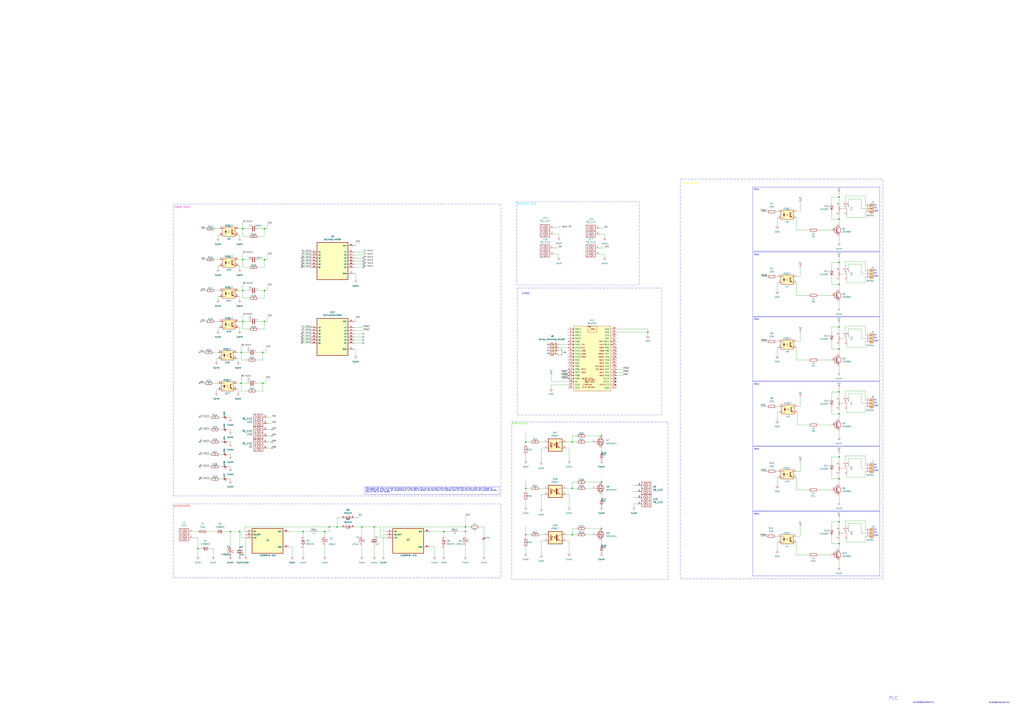
<source format=kicad_sch>
(kicad_sch (version 20250114) (generator "eeschema") (generator_version "9.0")
  (paper "A1")
  (rectangle (start 424.688 236.728) (end 543.306 341.122) (stroke (width 0) (type dash_dot)))
  (rectangle (start 424.434 165.862) (end 525.018 234.188) (stroke (width 0) (type dash_dot)))
  (rectangle (start 142.24 167.64) (end 411.48 407.67) (stroke (width 0) (type dash_dot)))
  (rectangle (start 420.37 346.71) (end 548.64 476.25) (stroke (width 0) (type dash_dot)))
  (rectangle (start 142.24 414.02) (end 411.48 474.98) (stroke (width 0) (type dash_dot)))
  (rectangle (start 558.8 147.32) (end 725.17 475.742) (stroke (width 0) (type dash_dot)))
  (text "04/10/2025 (MM/DD/YYYY)\n" (at 758.444 577.342 0) (effects (font (size 0.762 0.762))))
  (text "STM32" (at 431.8 241.3 0) (effects (font (size 1.27 1.27))))
  (text "NC" (at 718.82 275.336 0) (effects (font (size 1.27 1.27))))
  (text "04/18/2025 (MM/DD/YYYY)\n\n" (at 812.292 578.104 0) (effects (font (size 0.762 0.762)) (justify left)))
  (text "NC" (at 718.82 168.656 0) (effects (font (size 1.27 1.27))))
  (text "NA" (at 718.82 437.642 0) (effects (font (size 1.27 1.27))))
  (text "RE" (at 450.596 290.83 0) (effects (font (size 1.27 1.27))))
  (text "Rele\n" (at 619.252 210.058 0) (effects (font (size 1.27 1.27)) (justify left bottom)))
  (text "Relay control\n" (at 567.182 150.622 0) (effects (font (size 1.27 1.27))))
  (text "PLC" (at 733.806 573.786 0) (effects (font (size 2.54 2.54))))
  (text "NC" (at 718.82 382.016 0) (effects (font (size 1.27 1.27))))
  (text "NA" (at 718.82 277.622 0) (effects (font (size 1.27 1.27))))
  (text "Rele\n" (at 619.252 263.144 0) (effects (font (size 1.27 1.27)) (justify left bottom)))
  (text "PWM outputs" (at 426.72 348.234 0) (effects (font (size 1.27 1.27))))
  (text "Rele\n" (at 619.252 423.164 0) (effects (font (size 1.27 1.27)) (justify left bottom)))
  (text "NA" (at 718.82 384.302 0) (effects (font (size 1.27 1.27))))
  (text "COM\n" (at 719.328 173.482 0) (effects (font (size 1.27 1.27))))
  (text "COM\n" (at 719.328 440.182 0) (effects (font (size 1.27 1.27))))
  (text "COM\n" (at 719.328 333.502 0) (effects (font (size 1.27 1.27))))
  (text "NA" (at 718.82 170.942 0) (effects (font (size 1.27 1.27))))
  (text "COM\n" (at 719.328 386.842 0) (effects (font (size 1.27 1.27))))
  (text "DE" (at 450.596 288.29 0) (effects (font (size 1.27 1.27))))
  (text "NC" (at 718.82 222.25 0) (effects (font (size 1.27 1.27))))
  (text "Rele\n" (at 619.252 369.824 0) (effects (font (size 1.27 1.27)) (justify left bottom)))
  (text "Rele\n" (at 619.252 316.484 0) (effects (font (size 1.27 1.27)) (justify left bottom)))
  (text "TX" (at 450.596 286.004 0) (effects (font (size 1.27 1.27))))
  (text "NA" (at 718.82 330.962 0) (effects (font (size 1.27 1.27))))
  (text "BUCKS 5V-3.3V" (at 432.562 167.64 0) (effects (font (size 1.27 1.27))))
  (text "NC" (at 718.82 435.356 0) (effects (font (size 1.27 1.27))))
  (text "Digital inputs\n" (at 149.606 170.18 0) (effects (font (size 1.27 1.27))))
  (text "ALIMENTACIÓN" (at 149.352 416.052 0) (effects (font (size 1.27 1.27))))
  (text "COM\n" (at 719.328 227.076 0) (effects (font (size 1.27 1.27))))
  (text "NA" (at 718.82 224.536 0) (effects (font (size 1.27 1.27))))
  (text "COM\n" (at 719.328 280.162 0) (effects (font (size 1.27 1.27))))
  (text "Rele\n" (at 619.252 156.464 0) (effects (font (size 1.27 1.27)) (justify left bottom)))
  (text "NC" (at 718.82 328.676 0) (effects (font (size 1.27 1.27))))
  (text "RX\n" (at 450.596 283.464 0) (effects (font (size 1.27 1.27))))
  (text_box "This system will allow us to read the state of the input signals (IN), as well as clean them using an SN74HC14PWR, and then buffer them through an SN74HC541PWR. In this way, our microcontroller will be able to perform fast and noise-free readings from the external environment (for example, sensing from an NPN or PNP sensor)" (at 299.72 400.05 0) (size 110.49 6.35) (margins 0.6668 0.6668 0.6668 0.6668) (effects (font (size 0.889 0.889)) (justify left top)))
  (junction (at 162.56 450.85))
  (junction (at 217.17 187.96))
  (junction (at 217.17 264.16))
  (junction (at 469.9 401.32))
  (junction (at 198.12 314.96))
  (junction (at 431.8 439.42))
  (junction (at 248.92 436.88))
  (junction (at 431.8 401.32))
  (junction (at 689.102 268.732))
  (junction (at 689.102 393.446))
  (junction (at 217.17 238.76))
  (junction (at 689.102 428.752))
  (junction (at 198.12 289.56))
  (junction (at 382.27 433.07))
  (junction (at 270.51 433.07))
  (junction (at 276.86 433.07))
  (junction (at 689.102 340.106))
  (junction (at 494.03 358.14))
  (junction (at 689.102 286.766))
  (junction (at 266.7 436.88))
  (junction (at 689.102 215.646))
  (junction (at 532.13 273.05))
  (junction (at 189.23 436.88))
  (junction (at 689.102 322.072))
  (junction (at 199.39 238.76))
  (junction (at 199.39 264.16))
  (junction (at 689.102 233.68))
  (junction (at 494.03 396.24))
  (junction (at 469.9 363.22))
  (junction (at 689.102 446.786))
  (junction (at 215.9 314.96))
  (junction (at 689.102 375.412))
  (junction (at 382.27 436.88))
  (junction (at 199.39 187.96))
  (junction (at 196.85 436.88))
  (junction (at 689.102 162.052))
  (junction (at 307.34 433.07))
  (junction (at 494.03 434.34))
  (junction (at 431.8 363.22))
  (junction (at 199.39 213.36))
  (junction (at 364.49 436.88))
  (junction (at 689.102 180.086))
  (junction (at 469.9 439.42))
  (junction (at 297.18 433.07))
  (junction (at 215.9 289.56))
  (junction (at 217.17 213.36))
  (no_connect (at 298.45 276.86))
  (no_connect (at 247.65 279.4))
  (no_connect (at 223.52 353.06))
  (no_connect (at 298.45 212.09))
  (no_connect (at 247.65 219.71))
  (no_connect (at 163.83 393.7))
  (no_connect (at 298.45 219.71))
  (no_connect (at 298.45 214.63))
  (no_connect (at 223.52 363.22))
  (no_connect (at 247.65 214.63))
  (no_connect (at 223.52 358.14))
  (no_connect (at 247.65 217.17))
  (no_connect (at 165.1 238.76))
  (no_connect (at 298.45 281.94))
  (no_connect (at 163.83 363.22))
  (no_connect (at 247.65 274.32))
  (no_connect (at 298.45 274.32))
  (no_connect (at 163.83 342.9))
  (no_connect (at 247.65 281.94))
  (no_connect (at 298.45 217.17))
  (no_connect (at 247.65 276.86))
  (no_connect (at 163.83 373.38))
  (no_connect (at 163.83 314.96))
  (no_connect (at 165.1 264.16))
  (no_connect (at 223.52 368.3))
  (no_connect (at 163.83 289.56))
  (no_connect (at 247.65 212.09))
  (no_connect (at 163.83 353.06))
  (no_connect (at 298.45 279.4))
  (no_connect (at 163.83 383.54))
  (wire (pts (xy 657.352 387.35) (xy 654.05 387.35)))
  (wire (pts (xy 180.34 193.04) (xy 179.07 193.04)))
  (wire (pts (xy 364.49 450.85) (xy 364.49 457.2)))
  (wire (pts (xy 215.9 314.96) (xy 218.44 314.96)))
  (wire (pts (xy 201.93 441.96) (xy 198.12 441.96)))
  (wire (pts (xy 696.722 323.596) (xy 707.39 323.596)))
  (wire (pts (xy 204.47 194.31) (xy 199.39 194.31)))
  (polyline (pts (xy 722.376 366.522) (xy 618.236 366.522)))
  (wire (pts (xy 195.58 218.44) (xy 196.85 218.44)))
  (wire (pts (xy 638.302 285.75) (xy 638.302 292.1)))
  (wire (pts (xy 689.102 268.732) (xy 689.102 273.05)))
  (polyline (pts (xy 618.236 367.03) (xy 624.586 367.03)))
  (wire (pts (xy 683.006 446.786) (xy 689.102 446.786)))
  (polyline (pts (xy 722.376 473.202) (xy 618.236 473.202)))
  (wire (pts (xy 247.65 269.24) (xy 255.27 269.24)))
  (wire (pts (xy 189.23 353.06) (xy 189.23 354.33)))
  (wire (pts (xy 158.75 436.88) (xy 162.56 436.88)))
  (wire (pts (xy 180.34 393.7) (xy 182.88 393.7)))
  (wire (pts (xy 657.352 280.67) (xy 654.05 280.67)))
  (wire (pts (xy 290.83 274.32) (xy 298.45 274.32)))
  (wire (pts (xy 683.006 322.072) (xy 689.102 322.072)))
  (wire (pts (xy 710.692 384.81) (xy 707.39 384.81)))
  (wire (pts (xy 689.102 397.51) (xy 689.102 393.446)))
  (wire (pts (xy 443.23 401.32) (xy 447.04 401.32)))
  (wire (pts (xy 276.86 425.45) (xy 280.67 425.45)))
  (wire (pts (xy 657.352 433.07) (xy 657.352 440.69)))
  (wire (pts (xy 664.21 295.91) (xy 654.05 295.91)))
  (wire (pts (xy 519.43 398.78) (xy 523.24 398.78)))
  (wire (pts (xy 469.9 358.14) (xy 473.71 358.14)))
  (wire (pts (xy 443.23 363.22) (xy 447.04 363.22)))
  (wire (pts (xy 695.452 178.816) (xy 695.452 176.53)))
  (polyline (pts (xy 618.236 419.862) (xy 618.236 367.03)))
  (wire (pts (xy 683.006 428.752) (xy 689.102 428.752)))
  (wire (pts (xy 657.352 166.37) (xy 657.352 173.99)))
  (wire (pts (xy 496.57 208.788) (xy 496.57 211.328)))
  (wire (pts (xy 481.33 363.22) (xy 486.41 363.22)))
  (wire (pts (xy 444.5 368.3) (xy 444.5 379.73)))
  (wire (pts (xy 195.58 264.16) (xy 199.39 264.16)))
  (wire (pts (xy 290.83 212.09) (xy 298.45 212.09)))
  (wire (pts (xy 158.75 441.96) (xy 162.56 441.96)))
  (wire (pts (xy 196.85 436.88) (xy 196.85 449.58)))
  (wire (pts (xy 710.692 382.27) (xy 710.692 374.65)))
  (wire (pts (xy 180.34 353.06) (xy 182.88 353.06)))
  (wire (pts (xy 219.71 347.98) (xy 223.52 347.98)))
  (wire (pts (xy 455.168 203.708) (xy 458.978 203.708)))
  (wire (pts (xy 247.65 207.01) (xy 255.27 207.01)))
  (wire (pts (xy 261.62 436.88) (xy 266.7 436.88)))
  (wire (pts (xy 204.47 245.11) (xy 199.39 245.11)))
  (wire (pts (xy 196.85 218.44) (xy 196.85 220.98)))
  (wire (pts (xy 689.102 450.85) (xy 689.102 446.786)))
  (wire (pts (xy 218.44 285.75) (xy 218.44 289.56)))
  (wire (pts (xy 198.12 295.91) (xy 198.12 289.56)))
  (wire (pts (xy 683.006 180.086) (xy 689.102 180.086)))
  (wire (pts (xy 196.85 243.84) (xy 196.85 246.38)))
  (wire (pts (xy 248.92 436.88) (xy 254 436.88)))
  (wire (pts (xy 710.692 321.31) (xy 694.182 321.31)))
  (wire (pts (xy 469.9 363.22) (xy 469.9 358.14)))
  (wire (pts (xy 710.692 161.29) (xy 694.182 161.29)))
  (wire (pts (xy 382.27 433.07) (xy 386.08 433.07)))
  (wire (pts (xy 248.92 450.85) (xy 248.92 457.2)))
  (wire (pts (xy 696.722 326.39) (xy 696.722 323.596)))
  (wire (pts (xy 199.39 208.28) (xy 199.39 213.36)))
  (wire (pts (xy 212.09 238.76) (xy 217.17 238.76)))
  (wire (pts (xy 467.36 368.3) (xy 467.36 378.46)))
  (wire (pts (xy 696.722 166.37) (xy 696.722 163.576)))
  (wire (pts (xy 481.33 439.42) (xy 486.41 439.42)))
  (wire (pts (xy 494.03 406.4) (xy 494.03 408.94)))
  (wire (pts (xy 195.58 238.76) (xy 199.39 238.76)))
  (wire (pts (xy 180.34 342.9) (xy 182.88 342.9)))
  (wire (pts (xy 710.692 427.99) (xy 694.182 427.99)))
  (wire (pts (xy 467.36 406.4) (xy 467.36 416.56)))
  (wire (pts (xy 198.12 436.88) (xy 196.85 436.88)))
  (wire (pts (xy 683.006 268.732) (xy 689.102 268.732)))
  (wire (pts (xy 654.05 295.91) (xy 654.05 285.75)))
  (wire (pts (xy 494.03 431.8) (xy 494.03 434.34)))
  (wire (pts (xy 683.006 228.092) (xy 683.006 233.68)))
  (wire (pts (xy 203.2 295.91) (xy 198.12 295.91)))
  (wire (pts (xy 638.302 179.07) (xy 638.302 185.42)))
  (wire (pts (xy 689.102 393.446) (xy 689.102 389.89)))
  (wire (pts (xy 290.83 425.45) (xy 294.64 425.45)))
  (wire (pts (xy 481.33 434.34) (xy 494.03 434.34)))
  (wire (pts (xy 455.168 192.278) (xy 458.978 192.278)))
  (wire (pts (xy 638.302 232.41) (xy 638.302 239.014)))
  (wire (pts (xy 481.33 396.24) (xy 494.03 396.24)))
  (wire (pts (xy 637.54 227.33) (xy 638.81 227.33)))
  (wire (pts (xy 199.39 219.71) (xy 199.39 213.36)))
  (polyline (pts (xy 722.376 367.03) (xy 722.376 419.862)))
  (wire (pts (xy 654.05 455.93) (xy 654.05 445.77)))
  (wire (pts (xy 189.23 363.22) (xy 189.23 364.49)))
  (wire (pts (xy 694.182 374.65) (xy 694.182 379.73)))
  (wire (pts (xy 657.352 440.69) (xy 654.05 440.69)))
  (wire (pts (xy 664.21 189.23) (xy 654.05 189.23)))
  (wire (pts (xy 196.85 193.04) (xy 196.85 195.58)))
  (wire (pts (xy 247.65 217.17) (xy 255.27 217.17)))
  (wire (pts (xy 431.8 403.86) (xy 431.8 401.32)))
  (wire (pts (xy 276.86 433.07) (xy 276.86 425.45)))
  (wire (pts (xy 707.39 278.13) (xy 707.39 270.256)))
  (wire (pts (xy 247.65 274.32) (xy 255.27 274.32)))
  (wire (pts (xy 248.92 440.69) (xy 248.92 436.88)))
  (wire (pts (xy 163.83 314.96) (xy 167.64 314.96)))
  (wire (pts (xy 204.47 270.51) (xy 199.39 270.51)))
  (wire (pts (xy 177.8 320.04) (xy 177.8 322.58)))
  (wire (pts (xy 189.23 393.7) (xy 189.23 394.97)))
  (wire (pts (xy 290.83 207.01) (xy 298.45 207.01)))
  (wire (pts (xy 671.83 242.824) (xy 681.482 242.824)))
  (polyline (pts (xy 722.376 419.862) (xy 618.236 419.862)))
  (wire (pts (xy 683.006 375.412) (xy 689.102 375.412)))
  (wire (pts (xy 492.76 203.708) (xy 496.57 203.708)))
  (wire (pts (xy 689.102 194.31) (xy 689.102 199.39)))
  (wire (pts (xy 671.83 349.25) (xy 681.482 349.25)))
  (wire (pts (xy 176.53 213.36) (xy 180.34 213.36)))
  (wire (pts (xy 189.23 373.38) (xy 189.23 374.65)))
  (wire (pts (xy 215.9 289.56) (xy 218.44 289.56)))
  (wire (pts (xy 689.102 407.67) (xy 689.102 412.75)))
  (wire (pts (xy 292.1 199.39) (xy 292.1 201.93)))
  (wire (pts (xy 664.21 242.824) (xy 654.05 242.824)))
  (wire (pts (xy 431.8 441.96) (xy 431.8 439.42)))
  (wire (pts (xy 707.39 225.044) (xy 707.39 217.17)))
  (wire (pts (xy 696.722 217.17) (xy 707.39 217.17)))
  (wire (pts (xy 219.71 368.3) (xy 223.52 368.3)))
  (polyline (pts (xy 722.376 207.264) (xy 722.376 260.096)))
  (wire (pts (xy 163.83 363.22) (xy 172.72 363.22)))
  (wire (pts (xy 654.05 189.23) (xy 654.05 179.07)))
  (wire (pts (xy 165.1 213.36) (xy 168.91 213.36)))
  (wire (pts (xy 212.09 270.51) (xy 217.17 270.51)))
  (polyline (pts (xy 722.376 420.37) (xy 722.376 473.202)))
  (wire (pts (xy 189.23 436.88) (xy 189.23 449.58)))
  (wire (pts (xy 270.51 433.07) (xy 270.51 436.88)))
  (wire (pts (xy 654.05 402.59) (xy 654.05 392.43)))
  (wire (pts (xy 519.43 403.86) (xy 523.24 403.86)))
  (wire (pts (xy 397.51 433.07) (xy 397.51 440.69)))
  (wire (pts (xy 290.83 433.07) (xy 297.18 433.07)))
  (wire (pts (xy 162.56 441.96) (xy 162.56 450.85)))
  (wire (pts (xy 689.102 354.33) (xy 689.102 359.41)))
  (wire (pts (xy 481.33 401.32) (xy 486.41 401.32)))
  (wire (pts (xy 520.7 414.02) (xy 520.7 416.56)))
  (wire (pts (xy 204.47 219.71) (xy 199.39 219.71)))
  (wire (pts (xy 215.9 314.96) (xy 215.9 321.31)))
  (wire (pts (xy 696.722 379.73) (xy 696.722 376.936)))
  (wire (pts (xy 464.82 401.32) (xy 469.9 401.32)))
  (wire (pts (xy 307.34 433.07) (xy 312.42 433.07)))
  (wire (pts (xy 694.182 214.884) (xy 694.182 219.964)))
  (wire (pts (xy 199.39 182.88) (xy 199.39 187.96)))
  (wire (pts (xy 469.9 401.32) (xy 473.71 401.32)))
  (wire (pts (xy 382.27 424.18) (xy 382.27 433.07)))
  (wire (pts (xy 458.47 283.21) (xy 466.09 283.21)))
  (polyline (pts (xy 618.236 260.096) (xy 618.236 207.264)))
  (wire (pts (xy 447.04 368.3) (xy 444.5 368.3)))
  (polyline (pts (xy 722.376 313.69) (xy 722.376 366.522)))
  (wire (pts (xy 638.81 392.43) (xy 638.302 392.43)))
  (wire (pts (xy 624.332 440.69) (xy 629.412 440.69)))
  (wire (pts (xy 312.42 433.07) (xy 312.42 441.96)))
  (wire (pts (xy 696.722 270.256) (xy 707.39 270.256)))
  (wire (pts (xy 707.39 384.81) (xy 707.39 376.936)))
  (wire (pts (xy 199.39 264.16) (xy 204.47 264.16)))
  (wire (pts (xy 638.81 285.75) (xy 638.302 285.75)))
  (wire (pts (xy 186.69 342.9) (xy 189.23 342.9)))
  (wire (pts (xy 276.86 433.07) (xy 280.67 433.07)))
  (wire (pts (xy 458.47 290.83) (xy 458.47 292.1)))
  (wire (pts (xy 657.352 273.05) (xy 657.352 280.67)))
  (wire (pts (xy 219.71 209.55) (xy 219.71 213.36)))
  (wire (pts (xy 294.64 424.18) (xy 294.64 425.45)))
  (wire (pts (xy 219.71 353.06) (xy 223.52 353.06)))
  (wire (pts (xy 210.82 314.96) (xy 215.9 314.96)))
  (wire (pts (xy 710.692 280.67) (xy 710.692 285.496)))
  (wire (pts (xy 195.58 269.24) (xy 196.85 269.24)))
  (wire (pts (xy 506.73 306.07) (xy 511.81 306.07)))
  (wire (pts (xy 695.452 232.41) (xy 710.692 232.41)))
  (wire (pts (xy 683.006 380.238) (xy 683.006 375.412)))
  (wire (pts (xy 217.17 213.36) (xy 219.71 213.36)))
  (wire (pts (xy 689.102 428.752) (xy 689.102 433.07)))
  (wire (pts (xy 200.66 433.07) (xy 270.51 433.07)))
  (polyline (pts (xy 624.586 420.37) (xy 722.376 420.37)))
  (wire (pts (xy 312.42 441.96) (xy 317.5 441.96)))
  (wire (pts (xy 165.1 264.16) (xy 168.91 264.16)))
  (wire (pts (xy 464.82 439.42) (xy 469.9 439.42)))
  (polyline (pts (xy 618.236 313.69) (xy 624.586 313.69)))
  (wire (pts (xy 431.8 439.42) (xy 435.61 439.42)))
  (wire (pts (xy 290.83 279.4) (xy 298.45 279.4)))
  (wire (pts (xy 198.12 289.56) (xy 203.2 289.56)))
  (polyline (pts (xy 722.376 260.35) (xy 722.376 313.182)))
  (wire (pts (xy 469.9 363.22) (xy 473.71 363.22)))
  (wire (pts (xy 210.82 289.56) (xy 215.9 289.56)))
  (wire (pts (xy 466.09 316.23) (xy 452.628 316.23)))
  (wire (pts (xy 452.628 313.69) (xy 452.628 308.356)))
  (wire (pts (xy 695.452 232.41) (xy 695.452 230.124)))
  (wire (pts (xy 695.452 445.516) (xy 695.452 443.23)))
  (wire (pts (xy 210.82 295.91) (xy 215.9 295.91)))
  (wire (pts (xy 247.65 276.86) (xy 255.27 276.86)))
  (wire (pts (xy 382.27 433.07) (xy 382.27 436.88)))
  (wire (pts (xy 683.006 286.766) (xy 689.102 286.766)))
  (wire (pts (xy 397.51 444.5) (xy 397.51 457.2)))
  (wire (pts (xy 196.85 436.88) (xy 189.23 436.88)))
  (wire (pts (xy 657.352 219.964) (xy 657.352 227.33)))
  (wire (pts (xy 461.01 306.07) (xy 466.09 306.07)))
  (polyline (pts (xy 618.236 473.202) (xy 618.236 420.37)))
  (wire (pts (xy 431.8 393.7) (xy 431.8 401.32)))
  (wire (pts (xy 179.07 320.04) (xy 177.8 320.04)))
  (wire (pts (xy 624.84 173.99) (xy 629.92 173.99)))
  (wire (pts (xy 196.85 269.24) (xy 196.85 271.78)))
  (wire (pts (xy 671.83 189.23) (xy 681.482 189.23)))
  (wire (pts (xy 654.05 242.824) (xy 654.05 232.41)))
  (wire (pts (xy 710.692 334.01) (xy 710.692 338.836)))
  (wire (pts (xy 431.8 411.48) (xy 431.8 416.56)))
  (wire (pts (xy 624.84 334.01) (xy 629.92 334.01)))
  (wire (pts (xy 710.692 435.61) (xy 710.692 427.99)))
  (wire (pts (xy 637.54 173.99) (xy 638.81 173.99)))
  (wire (pts (xy 180.34 383.54) (xy 182.88 383.54)))
  (wire (pts (xy 393.7 433.07) (xy 397.51 433.07)))
  (wire (pts (xy 186.69 353.06) (xy 189.23 353.06)))
  (wire (pts (xy 219.71 260.35) (xy 219.71 264.16)))
  (polyline (pts (xy 624.586 367.03) (xy 722.376 367.03)))
  (wire (pts (xy 464.82 368.3) (xy 467.36 368.3)))
  (wire (pts (xy 431.8 363.22) (xy 435.61 363.22)))
  (wire (pts (xy 466.09 313.69) (xy 452.628 313.69)))
  (wire (pts (xy 689.102 290.83) (xy 689.102 286.766)))
  (wire (pts (xy 710.692 440.69) (xy 710.692 445.516)))
  (wire (pts (xy 219.71 234.95) (xy 219.71 238.76)))
  (wire (pts (xy 290.83 214.63) (xy 298.45 214.63)))
  (wire (pts (xy 290.83 209.55) (xy 298.45 209.55)))
  (wire (pts (xy 270.51 433.07) (xy 276.86 433.07)))
  (wire (pts (xy 657.352 326.39) (xy 657.352 334.01)))
  (wire (pts (xy 458.47 288.29) (xy 458.47 287.02)))
  (wire (pts (xy 683.006 281.178) (xy 683.006 286.766)))
  (wire (pts (xy 458.978 208.788) (xy 458.978 211.328)))
  (wire (pts (xy 314.96 433.07) (xy 382.27 433.07)))
  (wire (pts (xy 175.26 289.56) (xy 179.07 289.56)))
  (wire (pts (xy 176.53 187.96) (xy 180.34 187.96)))
  (wire (pts (xy 195.58 243.84) (xy 196.85 243.84)))
  (wire (pts (xy 710.692 225.044) (xy 707.39 225.044)))
  (wire (pts (xy 189.23 342.9) (xy 189.23 344.17)))
  (wire (pts (xy 170.18 436.88) (xy 176.53 436.88)))
  (wire (pts (xy 683.006 220.472) (xy 683.006 215.646)))
  (wire (pts (xy 710.692 275.59) (xy 710.692 267.97)))
  (wire (pts (xy 382.27 436.88) (xy 382.27 440.69)))
  (wire (pts (xy 469.9 401.32) (xy 469.9 396.24)))
  (wire (pts (xy 175.26 314.96) (xy 179.07 314.96)))
  (wire (pts (xy 199.39 270.51) (xy 199.39 264.16)))
  (wire (pts (xy 163.83 289.56) (xy 167.64 289.56)))
  (wire (pts (xy 194.31 320.04) (xy 195.58 320.04)))
  (wire (pts (xy 165.1 187.96) (xy 168.91 187.96)))
  (wire (pts (xy 431.8 449.58) (xy 431.8 454.66)))
  (wire (pts (xy 292.1 224.79) (xy 292.1 229.87)))
  (wire (pts (xy 689.102 212.344) (xy 689.102 215.646)))
  (wire (pts (xy 431.8 365.76) (xy 431.8 363.22)))
  (wire (pts (xy 710.692 227.584) (xy 710.692 232.41)))
  (wire (pts (xy 198.12 314.96) (xy 203.2 314.96)))
  (wire (pts (xy 481.33 358.14) (xy 494.03 358.14)))
  (wire (pts (xy 638.302 445.77) (xy 638.302 452.12)))
  (wire (pts (xy 671.83 295.91) (xy 681.482 295.91)))
  (wire (pts (xy 657.352 227.33) (xy 654.05 227.33)))
  (wire (pts (xy 637.032 440.69) (xy 638.81 440.69)))
  (wire (pts (xy 163.83 393.7) (xy 172.72 393.7)))
  (wire (pts (xy 657.352 334.01) (xy 654.812 334.01)))
  (polyline (pts (xy 618.236 207.264) (xy 624.586 207.264)))
  (wire (pts (xy 696.722 163.576) (xy 707.39 163.576)))
  (wire (pts (xy 710.692 267.97) (xy 694.182 267.97)))
  (wire (pts (xy 689.102 372.11) (xy 689.102 375.412)))
  (wire (pts (xy 184.15 436.88) (xy 189.23 436.88)))
  (wire (pts (xy 696.722 430.276) (xy 707.39 430.276)))
  (wire (pts (xy 247.65 279.4) (xy 255.27 279.4)))
  (wire (pts (xy 695.452 445.516) (xy 710.692 445.516)))
  (wire (pts (xy 464.82 444.5) (xy 467.36 444.5)))
  (wire (pts (xy 506.73 308.61) (xy 511.81 308.61)))
  (wire (pts (xy 266.7 448.31) (xy 266.7 457.2)))
  (wire (pts (xy 194.31 289.56) (xy 198.12 289.56)))
  (wire (pts (xy 671.83 402.59) (xy 681.482 402.59)))
  (wire (pts (xy 532.13 270.51) (xy 532.13 273.05)))
  (wire (pts (xy 683.006 174.498) (xy 683.006 180.086)))
  (wire (pts (xy 212.09 245.11) (xy 217.17 245.11)))
  (wire (pts (xy 664.21 455.93) (xy 654.05 455.93)))
  (wire (pts (xy 177.8 294.64) (xy 177.8 297.18)))
  (wire (pts (xy 186.69 373.38) (xy 189.23 373.38)))
  (wire (pts (xy 199.39 194.31) (xy 199.39 187.96)))
  (wire (pts (xy 710.692 173.99) (xy 710.692 178.816)))
  (wire (pts (xy 201.93 439.42) (xy 201.93 457.2)))
  (wire (pts (xy 671.83 455.93) (xy 681.482 455.93)))
  (wire (pts (xy 218.44 311.15) (xy 218.44 314.96)))
  (wire (pts (xy 217.17 187.96) (xy 219.71 187.96)))
  (wire (pts (xy 683.006 441.198) (xy 683.006 446.786)))
  (wire (pts (xy 695.452 178.816) (xy 710.692 178.816)))
  (wire (pts (xy 199.39 213.36) (xy 204.47 213.36)))
  (wire (pts (xy 219.71 363.22) (xy 223.52 363.22)))
  (wire (pts (xy 695.452 392.176) (xy 695.452 389.89)))
  (wire (pts (xy 464.82 406.4) (xy 467.36 406.4)))
  (wire (pts (xy 443.23 439.42) (xy 447.04 439.42)))
  (wire (pts (xy 496.57 192.532) (xy 496.57 195.072)))
  (wire (pts (xy 461.01 308.61) (xy 466.09 308.61)))
  (polyline (pts (xy 722.376 153.67) (xy 722.376 206.502)))
  (wire (pts (xy 163.83 383.54) (xy 172.72 383.54)))
  (polyline (pts (xy 618.236 206.502) (xy 618.236 153.67)))
  (wire (pts (xy 179.07 193.04) (xy 179.07 195.58)))
  (wire (pts (xy 180.34 243.84) (xy 179.07 243.84)))
  (wire (pts (xy 210.82 321.31) (xy 215.9 321.31)))
  (wire (pts (xy 683.006 387.858) (xy 683.006 393.446)))
  (wire (pts (xy 695.452 285.496) (xy 710.692 285.496)))
  (wire (pts (xy 710.692 171.45) (xy 707.39 171.45)))
  (wire (pts (xy 297.18 433.07) (xy 297.18 440.69)))
  (wire (pts (xy 290.83 281.94) (xy 298.45 281.94)))
  (wire (pts (xy 683.006 433.578) (xy 683.006 428.752)))
  (wire (pts (xy 689.102 180.086) (xy 689.102 176.53)))
  (wire (pts (xy 266.7 436.88) (xy 266.7 440.69)))
  (wire (pts (xy 179.07 218.44) (xy 179.07 220.98)))
  (wire (pts (xy 179.07 294.64) (xy 177.8 294.64)))
  (wire (pts (xy 637.54 280.67) (xy 638.81 280.67)))
  (wire (pts (xy 689.102 247.904) (xy 689.102 252.984)))
  (wire (pts (xy 637.54 387.35) (xy 638.81 387.35)))
  (wire (pts (xy 217.17 187.96) (xy 217.17 194.31)))
  (wire (pts (xy 696.722 273.05) (xy 696.722 270.256)))
  (wire (pts (xy 203.2 321.31) (xy 198.12 321.31)))
  (wire (pts (xy 194.31 314.96) (xy 198.12 314.96)))
  (wire (pts (xy 695.452 338.836) (xy 710.692 338.836)))
  (wire (pts (xy 353.06 436.88) (xy 364.49 436.88)))
  (wire (pts (xy 664.21 349.25) (xy 654.812 349.25)))
  (wire (pts (xy 458.47 287.02) (xy 461.264 287.02)))
  (wire (pts (xy 689.102 162.052) (xy 689.102 166.37)))
  (wire (pts (xy 689.102 158.75) (xy 689.102 162.052)))
  (wire (pts (xy 307.34 448.31) (xy 307.34 457.2)))
  (polyline (pts (xy 722.376 206.502) (xy 618.236 206.502)))
  (wire (pts (xy 696.722 219.964) (xy 696.722 217.17)))
  (wire (pts (xy 447.04 406.4) (xy 444.5 406.4)))
  (wire (pts (xy 217.17 264.16) (xy 217.17 270.51)))
  (wire (pts (xy 198.12 441.96) (xy 198.12 436.88)))
  (wire (pts (xy 195.58 213.36) (xy 199.39 213.36)))
  (wire (pts (xy 290.83 224.79) (xy 292.1 224.79)))
  (wire (pts (xy 657.352 379.73) (xy 657.352 387.35)))
  (wire (pts (xy 247.65 281.94) (xy 255.27 281.94)))
  (wire (pts (xy 195.58 320.04) (xy 195.58 322.58)))
  (wire (pts (xy 689.102 286.766) (xy 689.102 283.21)))
  (wire (pts (xy 247.65 271.78) (xy 255.27 271.78)))
  (polyline (pts (xy 722.376 260.096) (xy 618.236 260.096)))
  (wire (pts (xy 292.1 287.02) (xy 292.1 292.1)))
  (wire (pts (xy 710.692 168.91) (xy 710.692 161.29)))
  (wire (pts (xy 467.36 444.5) (xy 467.36 454.66)))
  (wire (pts (xy 469.9 439.42) (xy 473.71 439.42)))
  (wire (pts (xy 689.102 265.43) (xy 689.102 268.732)))
  (wire (pts (xy 710.692 438.15) (xy 707.39 438.15)))
  (wire (pts (xy 469.9 396.24) (xy 473.71 396.24)))
  (wire (pts (xy 469.9 434.34) (xy 473.71 434.34)))
  (wire (pts (xy 689.102 322.072) (xy 689.102 326.39)))
  (wire (pts (xy 638.302 392.43) (xy 638.302 398.78)))
  (wire (pts (xy 162.56 450.85) (xy 162.56 457.2)))
  (wire (pts (xy 212.09 194.31) (xy 217.17 194.31)))
  (wire (pts (xy 297.18 433.07) (xy 307.34 433.07)))
  (wire (pts (xy 624.84 280.67) (xy 629.92 280.67)))
  (wire (pts (xy 689.102 425.45) (xy 689.102 428.752)))
  (wire (pts (xy 290.83 219.71) (xy 298.45 219.71)))
  (wire (pts (xy 431.8 431.8) (xy 431.8 439.42)))
  (wire (pts (xy 638.81 445.77) (xy 638.302 445.77)))
  (wire (pts (xy 237.49 436.88) (xy 248.92 436.88)))
  (wire (pts (xy 198.12 321.31) (xy 198.12 314.96)))
  (wire (pts (xy 689.102 215.646) (xy 689.102 219.964)))
  (wire (pts (xy 710.692 331.47) (xy 707.39 331.47)))
  (wire (pts (xy 176.53 264.16) (xy 180.34 264.16)))
  (wire (pts (xy 247.65 212.09) (xy 255.27 212.09)))
  (wire (pts (xy 219.71 342.9) (xy 223.52 342.9)))
  (polyline (pts (xy 618.236 153.67) (xy 624.586 153.67)))
  (wire (pts (xy 217.17 238.76) (xy 217.17 245.11)))
  (wire (pts (xy 695.452 338.836) (xy 695.452 336.55)))
  (wire (pts (xy 212.09 219.71) (xy 217.17 219.71)))
  (polyline (pts (xy 618.236 260.35) (xy 624.586 260.35)))
  (wire (pts (xy 189.23 383.54) (xy 189.23 384.81)))
  (wire (pts (xy 506.73 273.05) (xy 532.13 273.05)))
  (polyline (pts (xy 618.236 313.182) (xy 618.236 260.35)))
  (wire (pts (xy 431.8 355.6) (xy 431.8 363.22)))
  (wire (pts (xy 689.102 233.68) (xy 689.102 230.124)))
  (wire (pts (xy 689.102 318.77) (xy 689.102 322.072)))
  (wire (pts (xy 215.9 289.56) (xy 215.9 295.91)))
  (wire (pts (xy 455.168 208.788) (xy 458.978 208.788)))
  (wire (pts (xy 186.69 393.7) (xy 189.23 393.7)))
  (wire (pts (xy 689.102 237.744) (xy 689.102 233.68)))
  (wire (pts (xy 200.66 436.88) (xy 200.66 433.07)))
  (wire (pts (xy 240.03 449.58) (xy 240.03 457.2)))
  (wire (pts (xy 180.34 363.22) (xy 182.88 363.22)))
  (wire (pts (xy 431.8 373.38) (xy 431.8 378.46)))
  (wire (pts (xy 186.69 363.22) (xy 189.23 363.22)))
  (wire (pts (xy 364.49 436.88) (xy 364.49 440.69)))
  (wire (pts (xy 290.83 276.86) (xy 298.45 276.86)))
  (wire (pts (xy 201.93 436.88) (xy 200.66 436.88)))
  (wire (pts (xy 199.39 259.08) (xy 199.39 264.16)))
  (wire (pts (xy 175.26 450.85) (xy 175.26 457.2)))
  (wire (pts (xy 444.5 444.5) (xy 444.5 455.93)))
  (wire (pts (xy 689.102 344.17) (xy 689.102 340.106)))
  (wire (pts (xy 172.72 450.85) (xy 175.26 450.85)))
  (wire (pts (xy 163.83 353.06) (xy 172.72 353.06)))
  (wire (pts (xy 212.09 264.16) (xy 217.17 264.16)))
  (wire (pts (xy 639.572 339.09) (xy 638.302 339.09)))
  (wire (pts (xy 165.1 238.76) (xy 168.91 238.76)))
  (wire (pts (xy 683.006 393.446) (xy 689.102 393.446)))
  (wire (pts (xy 180.34 218.44) (xy 179.07 218.44)))
  (wire (pts (xy 444.5 406.4) (xy 444.5 417.83)))
  (wire (pts (xy 199.39 187.96) (xy 204.47 187.96)))
  (polyline (pts (xy 624.586 313.69) (xy 722.376 313.69)))
  (wire (pts (xy 290.83 271.78) (xy 298.45 271.78)))
  (wire (pts (xy 314.96 457.2) (xy 314.96 439.42)))
  (wire (pts (xy 657.352 173.99) (xy 654.05 173.99)))
  (wire (pts (xy 163.83 342.9) (xy 172.72 342.9)))
  (wire (pts (xy 199.39 238.76) (xy 204.47 238.76)))
  (wire (pts (xy 694.182 427.99) (xy 694.182 433.07)))
  (wire (pts (xy 212.09 187.96) (xy 217.17 187.96)))
  (wire (pts (xy 180.34 269.24) (xy 179.07 269.24)))
  (wire (pts (xy 492.76 187.452) (xy 496.57 187.452)))
  (wire (pts (xy 290.83 264.16) (xy 292.1 264.16)))
  (polyline (pts (xy 624.586 153.67) (xy 722.376 153.67)))
  (wire (pts (xy 307.34 433.07) (xy 307.34 440.69)))
  (wire (pts (xy 696.722 376.936) (xy 707.39 376.936)))
  (wire (pts (xy 696.722 433.07) (xy 696.722 430.276)))
  (wire (pts (xy 532.13 273.05) (xy 532.13 275.59)))
  (wire (pts (xy 447.04 444.5) (xy 444.5 444.5)))
  (wire (pts (xy 237.49 449.58) (xy 240.03 449.58)))
  (wire (pts (xy 689.102 184.15) (xy 689.102 180.086)))
  (wire (pts (xy 179.07 243.84) (xy 179.07 246.38)))
  (wire (pts (xy 654.812 349.25) (xy 654.812 339.09)))
  (polyline (pts (xy 722.376 313.182) (xy 618.236 313.182)))
  (wire (pts (xy 195.58 187.96) (xy 199.39 187.96)))
  (wire (pts (xy 638.302 339.09) (xy 638.302 345.44)))
  (wire (pts (xy 290.83 217.17) (xy 298.45 217.17)))
  (wire (pts (xy 707.39 331.47) (xy 707.39 323.596)))
  (polyline (pts (xy 618.236 366.522) (xy 618.236 313.69)))
  (wire (pts (xy 519.43 408.94) (xy 523.24 408.94)))
  (wire (pts (xy 297.18 448.31) (xy 297.18 457.2)))
  (wire (pts (xy 494.03 355.6) (xy 494.03 358.14)))
  (wire (pts (xy 506.73 303.53) (xy 511.81 303.53)))
  (wire (pts (xy 683.006 340.106) (xy 689.102 340.106)))
  (wire (pts (xy 452.628 316.23) (xy 452.628 319.278)))
  (wire (pts (xy 195.58 193.04) (xy 196.85 193.04)))
  (wire (pts (xy 506.73 270.51) (xy 532.13 270.51)))
  (wire (pts (xy 199.39 245.11) (xy 199.39 238.76)))
  (wire (pts (xy 180.34 373.38) (xy 182.88 373.38)))
  (wire (pts (xy 198.12 284.48) (xy 198.12 289.56)))
  (wire (pts (xy 710.692 278.13) (xy 707.39 278.13)))
  (wire (pts (xy 219.71 358.14) (xy 223.52 358.14)))
  (wire (pts (xy 290.83 201.93) (xy 292.1 201.93)))
  (wire (pts (xy 689.102 340.106) (xy 689.102 336.55)))
  (wire (pts (xy 694.182 321.31) (xy 694.182 326.39)))
  (wire (pts (xy 163.83 373.38) (xy 172.72 373.38)))
  (wire (pts (xy 212.09 213.36) (xy 217.17 213.36)))
  (wire (pts (xy 247.65 219.71) (xy 255.27 219.71)))
  (wire (pts (xy 492.76 208.788) (xy 496.57 208.788)))
  (wire (pts (xy 683.006 166.878) (xy 683.006 162.052)))
  (wire (pts (xy 492.76 192.532) (xy 496.57 192.532)))
  (wire (pts (xy 683.006 273.558) (xy 683.006 268.732)))
  (wire (pts (xy 458.47 292.1) (xy 461.264 292.1)))
  (wire (pts (xy 219.71 184.15) (xy 219.71 187.96)))
  (wire (pts (xy 455.168 187.198) (xy 458.978 187.198)))
  (wire (pts (xy 624.84 227.33) (xy 629.92 227.33)))
  (wire (pts (xy 382.27 448.31) (xy 382.27 457.2)))
  (polyline (pts (xy 624.586 207.264) (xy 722.376 207.264)))
  (wire (pts (xy 683.006 334.518) (xy 683.006 340.106)))
  (wire (pts (xy 431.8 401.32) (xy 435.61 401.32)))
  (wire (pts (xy 314.96 439.42) (xy 317.5 439.42)))
  (wire (pts (xy 377.19 436.88) (xy 382.27 436.88)))
  (wire (pts (xy 689.102 446.786) (xy 689.102 443.23)))
  (wire (pts (xy 710.692 222.504) (xy 710.692 214.884)))
  (wire (pts (xy 179.07 269.24) (xy 179.07 271.78)))
  (wire (pts (xy 710.692 214.884) (xy 694.182 214.884)))
  (wire (pts (xy 290.83 269.24) (xy 298.45 269.24)))
  (wire (pts (xy 290.83 287.02) (xy 292.1 287.02)))
  (wire (pts (xy 317.5 436.88) (xy 314.96 436.88)))
  (wire (pts (xy 707.39 171.45) (xy 707.39 163.576)))
  (wire (pts (xy 683.006 326.898) (xy 683.006 322.072)))
  (wire (pts (xy 266.7 436.88) (xy 270.51 436.88)))
  (wire (pts (xy 494.03 444.5) (xy 494.03 447.04)))
  (wire (pts (xy 710.692 374.65) (xy 694.182 374.65)))
  (wire (pts (xy 624.84 387.35) (xy 629.92 387.35)))
  (wire (pts (xy 176.53 238.76) (xy 180.34 238.76)))
  (wire (pts (xy 683.006 162.052) (xy 689.102 162.052)))
  (wire (pts (xy 469.9 439.42) (xy 469.9 434.34)))
  (wire (pts (xy 186.69 383.54) (xy 189.23 383.54)))
  (wire (pts (xy 292.1 261.62) (xy 292.1 264.16)))
  (wire (pts (xy 710.692 387.35) (xy 710.692 392.176)))
  (wire (pts (xy 710.692 328.93) (xy 710.692 321.31)))
  (wire (pts (xy 695.452 285.496) (xy 695.452 283.21)))
  (wire (pts (xy 683.006 233.68) (xy 689.102 233.68)))
  (wire (pts (xy 707.39 438.15) (xy 707.39 430.276)))
  (wire (pts (xy 198.12 309.88) (xy 198.12 314.96)))
  (wire (pts (xy 217.17 213.36) (xy 217.17 219.71)))
  (wire (pts (xy 694.182 161.29) (xy 694.182 166.37)))
  (wire (pts (xy 314.96 436.88) (xy 314.96 433.07)))
  (wire (pts (xy 356.87 449.58) (xy 356.87 457.2)))
  (wire (pts (xy 247.65 214.63) (xy 255.27 214.63)))
  (wire (pts (xy 664.21 402.59) (xy 654.05 402.59)))
  (wire (pts (xy 494.03 393.7) (xy 494.03 396.24)))
  (wire (pts (xy 689.102 300.99) (xy 689.102 306.07)))
  (wire (pts (xy 194.31 294.64) (xy 195.58 294.64)))
  (wire (pts (xy 195.58 294.64) (xy 195.58 297.18)))
  (wire (pts (xy 689.102 461.01) (xy 689.102 466.09)))
  (polyline (pts (xy 624.586 260.35) (xy 722.376 260.35)))
  (wire (pts (xy 247.65 209.55) (xy 255.27 209.55)))
  (wire (pts (xy 494.03 368.3) (xy 494.03 370.84)))
  (wire (pts (xy 694.182 267.97) (xy 694.182 273.05)))
  (wire (pts (xy 217.17 264.16) (xy 219.71 264.16)))
  (wire (pts (xy 695.452 392.176) (xy 710.692 392.176)))
  (polyline (pts (xy 618.236 420.37) (xy 624.586 420.37)))
  (wire (pts (xy 464.82 363.22) (xy 469.9 363.22)))
  (wire (pts (xy 523.24 414.02) (xy 520.7 414.02)))
  (wire (pts (xy 689.102 375.412) (xy 689.102 379.73)))
  (wire (pts (xy 458.47 285.75) (xy 466.09 285.75)))
  (wire (pts (xy 683.006 215.646) (xy 689.102 215.646)))
  (wire (pts (xy 217.17 238.76) (xy 219.71 238.76)))
  (wire (pts (xy 353.06 449.58) (xy 356.87 449.58)))
  (wire (pts (xy 637.54 334.01) (xy 639.572 334.01)))
  (wire (pts (xy 199.39 233.68) (xy 199.39 238.76)))
  (wire (pts (xy 162.56 450.85) (xy 165.1 450.85)))
  (wire (pts (xy 364.49 436.88) (xy 369.57 436.88)))
  (wire (pts (xy 638.81 232.41) (xy 638.302 232.41)))
  (wire (pts (xy 638.81 179.07) (xy 638.302 179.07)))
  (wire (pts (xy 458.978 192.278) (xy 458.978 194.818)))
  (wire (pts (xy 461.01 311.15) (xy 466.09 311.15)))
  (label "6Y hc14" (at 163.83 393.7 0))
  (label "PA0" (at 511.81 308.61 0))
  (label "VCC" (at 292.1 261.62 0))
  (label "IN2" (at 223.52 347.98 0))
  (label "3A hc14" (at 247.65 212.09 0))
  (label "VCC" (at 496.57 203.708 0))
  (label "PB09" (at 461.01 311.15 0))
  (label "PA0" (at 624.84 334.01 0))
  (label "3Y hc14" (at 247.65 274.32 0))
  (label "PB07" (at 624.84 173.99 0))
  (label "2Y hc14" (at 247.65 271.78 0))
  (label "6Y hc14" (at 298.45 219.71 0))
  (label "4A hc14" (at 247.65 214.63 0))
  (label "5V" (at 294.64 424.18 0))
  (label "1Y hc14" (at 163.83 342.9 0))
  (label "1A hc14" (at 199.39 182.88 0))
  (label "5Y hc14" (at 163.83 383.54 0))
  (label "1Y hc14" (at 247.65 269.24 0))
  (label "6A hc14" (at 247.65 219.71 0))
  (label "3Y hc14" (at 298.45 212.09 0))
  (label "IN1" (at 165.1 187.96 0))
  (label "PA01" (at 298.45 269.24 0))
  (label "2A hc14" (at 199.39 208.28 0))
  (label "IN4" (at 223.52 358.14 0))
  (label "VCC" (at 219.71 234.95 0))
  (label "6A hc14" (at 198.12 309.88 0))
  (label "VCC" (at 219.71 184.15 0))
  (label "5V" (at 458.978 203.708 0))
  (label "VCC" (at 218.44 311.15 0))
  (label "IN3" (at 165.1 238.76 0))
  (label "IN2" (at 165.1 213.36 0))
  (label "VCC" (at 218.44 285.75 0))
  (label "2Y hc14" (at 298.45 209.55 0))
  (label "IN5" (at 223.52 363.22 0))
  (label "2Y hc14" (at 163.83 353.06 0))
  (label "VCC" (at 219.71 260.35 0))
  (label "IN3" (at 223.52 353.06 0))
  (label "4A hc14" (at 199.39 259.08 0))
  (label "PB09" (at 624.332 440.69 0))
  (label "IN6" (at 163.8703 314.96 0))
  (label "1A hc14" (at 247.65 207.01 0))
  (label "6Y hc14" (at 247.65 281.94 0))
  (label "IN4" (at 165.1 264.16 0))
  (label "VCC" (at 292.1 199.39 0))
  (label "VCC" (at 219.71 209.55 0))
  (label "+ buck 5V" (at 458.978 187.198 0))
  (label "1Y hc14" (at 298.45 207.01 0))
  (label "IN5" (at 164.139 289.56 0))
  (label "5A hc14" (at 198.12 284.48 0))
  (label "5A hc14" (at 247.65 217.17 0))
  (label "4Y hc14" (at 163.83 373.38 0))
  (label "3A hc14" (at 199.39 233.68 0))
  (label "PB08" (at 461.01 308.61 0))
  (label "IN6" (at 223.52 368.3 0))
  (label "5Y hc14" (at 298.45 217.17 0))
  (label "PA01" (at 624.84 387.35 0))
  (label "5Y hc14" (at 247.65 279.4 0))
  (label "4Y hc14" (at 298.45 214.63 0))
  (label "PB08" (at 624.84 227.33 0))
  (label "IN1" (at 223.52 342.9 0))
  (label "PA02" (at 298.45 271.78 0))
  (label "5V" (at 496.57 187.452 0))
  (label "PB07" (at 461.01 306.07 0))
  (label "2A hc14" (at 247.65 209.55 0))
  (label "VCC" (at 382.27 424.18 0))
  (label "PB09" (at 624.84 280.67 0))
  (label "3Y hc14" (at 163.83 363.22 0))
  (label "PA01" (at 511.81 306.07 0))
  (label "4Y hc14" (at 247.65 276.86 0))
  (label "PA02" (at 511.81 303.53 0))
  (symbol (lib_id "power:Earth") (at 189.23 344.17 0) (unit 1)
    (property "Reference" "#PWR058" (effects (hide yes)))
    (property "Value" "Earth" (at 189.23 349.25 0))
    (property "Description" "Power symbol creates a global label with name \"Earth\"" (effects (hide yes)))
  )
  (symbol (lib_id "power:GND") (at 452.628 319.278 0) (unit 1)
    (property "Reference" "#PWR037" (effects (hide yes)))
    (property "Value" "GND" (at 452.628 323.85 0))
    (property "Description" "Power symbol creates a global label with name \"GND\" , ground" (effects (hide yes)))
  )
  (symbol (lib_id "EESTN5:PC817") (at 646.43 443.23 0) (unit 1)
    (property "Reference" "U4" (at 646.43 448.945 0))
    (property "Value" "PC817" (at 646.43 438.2008 0))
    (property "Footprint" "Package_DIP:DIP-4_W7.62mm" (effects (hide yes)))
    (property "Datasheet" "http://www.soselectronic.cz/a_info/resource/d/pc817.pdf" (effects (hide yes)))
  )
  (symbol (lib_id "Device:Fuse") (at 166.37 436.88 90) (unit 1)
    (property "Reference" "F1" (at 166.37 430.53 90))
    (property "Value" "Fuse" (at 166.37 433.07 90))
    (property "Description" "Fuse" (effects (hide yes)))
  )
  (symbol (lib_id "power:Earth") (at 494.03 416.56 0) (unit 1)
    (property "Reference" "#PWR048" (effects (hide yes)))
    (property "Value" "Earth" (at 494.03 421.64 0))
    (property "Description" "Power symbol creates a global label with name \"Earth\"" (effects (hide yes)))
  )
  (symbol (lib_id "power:Earth") (at 467.36 416.56 0) (unit 1)
    (property "Reference" "#PWR047" (effects (hide yes)))
    (property "Value" "Earth" (at 467.36 421.64 0))
    (property "Description" "Power symbol creates a global label with name \"Earth\"" (effects (hide yes)))
  )
  (symbol (lib_id "SN74HC14PWR:SN74HC14PWR") (at 273.05 276.86 0) (unit 1)
    (property "Reference" "U12" (at 273.05 256.54 0))
    (property "Value" "SN74HC541PWR" (at 273.05 259.08 0))
    (property "Footprint" "SN74HC541N:DIP254P762X508-20" (effects (hide yes)))
    (property "MF" "Texas Instruments" (effects (hide yes)))
    (property "Description_1" "\n                        \n                            6-ch, 2-V to 6-V inverters with Schmitt-Trigger inputs\n                        \n" (effects (hide yes)))
    (property "Package" "TSSOP-14 Texas Instruments" (effects (hide yes)))
    (property "Price" "None" (effects (hide yes)))
    (property "SnapEDA_Link" "https://www.snapeda.com/parts/SN74HC14PWR/Texas+Instruments/view-part/?ref=snap" (effects (hide yes)))
    (property "MP" "SN74HC14PWR" (effects (hide yes)))
    (property "Availability" "In Stock" (effects (hide yes)))
    (property "Check_prices" "https://www.snapeda.com/parts/SN74HC14PWR/Texas+Instruments/view-part/?ref=eda" (effects (hide yes)))
  )
  (symbol (lib_id "SN74HC14PWR:SN74HC14PWR") (at 273.05 214.63 0) (unit 1)
    (property "Reference" "U5" (at 273.05 194.31 0))
    (property "Value" "SN74HC14PWR" (at 273.05 196.85 0))
    (property "Footprint" "SN74HC14N:DIP794W45P254L1969H508Q14" (effects (hide yes)))
    (property "MF" "Texas Instruments" (effects (hide yes)))
    (property "Description_1" "\n                        \n                            6-ch, 2-V to 6-V inverters with Schmitt-Trigger inputs\n                        \n" (effects (hide yes)))
    (property "Package" "TSSOP-14 Texas Instruments" (effects (hide yes)))
    (property "Price" "None" (effects (hide yes)))
    (property "SnapEDA_Link" "https://www.snapeda.com/parts/SN74HC14PWR/Texas+Instruments/view-part/?ref=snap" (effects (hide yes)))
    (property "MP" "SN74HC14PWR" (effects (hide yes)))
    (property "Availability" "In Stock" (effects (hide yes)))
    (property "Check_prices" "https://www.snapeda.com/parts/SN74HC14PWR/Texas+Instruments/view-part/?ref=eda" (effects (hide yes)))
  )
  (symbol (lib_id "Transistor_BJT:2N3904") (at 686.562 242.824 0) (unit 1)
    (property "Reference" "Q2" (at 691.7436 241.554 0) (effects (justify left)))
    (property "Value" "2N3904" (at 691.7436 244.094 0) (effects (justify left)))
    (property "Footprint" "Package_TO_SOT_SMD:SOT-23_Handsoldering" (effects (hide yes)))
    (property "Datasheet" "https://www.onsemi.com/pub/Collateral/2N3903-D.PDF" (effects (hide yes)))
  )
  (symbol (lib_id "C:EEEHD1V681AQ") (at 382.27 443.23 270) (unit 1)
    (property "Reference" "C6" (at 376.428 444.5 90) (effects (justify left)))
    (property "Value" "220uF" (at 374.65 447.04 90) (effects (justify left)))
    (property "Footprint" "Capacitor_SMD:CP_Elec_6.3x7.7" (effects (hide yes)))
    (property "MF" "Panasonic Electronic Components" (effects (hide yes)))
    (property "MAXIMUM_PACKAGE_HEIGHT" "13.5mm" (effects (hide yes)))
    (property "Package" "RADIAL-2 Panasonic" (effects (hide yes)))
    (property "Price" "None" (effects (hide yes)))
    (property "Check_prices" "https://www.snapeda.com/parts/EEE-HD1V681AQ/Panasonic+Electronic+Components/view-part/?ref=eda" (effects (hide yes)))
    (property "STANDARD" "Manufacturer Recommendations" (effects (hide yes)))
    (property "PARTREV" "10-Oct-19" (effects (hide yes)))
    (property "SnapEDA_Link" "https://www.snapeda.com/parts/EEE-HD1V681AQ/Panasonic+Electronic+Components/view-part/?ref=snap" (effects (hide yes)))
    (property "MP" "EEE-HD1V681AQ" (effects (hide yes)))
    (property "Description_1" "\n                        \n                            680µF 35V Aluminum Electrolytic Capacitors Radial, Can - SMD 5000 Hrs @ 105°C\n                        \n" (effects (hide yes)))
    (property "Availability" "In Stock" (effects (hide yes)))
    (property "MANUFACTURER" "Panasonic" (effects (hide yes)))
  )
  (symbol (lib_id "power:Earth") (at 177.8 322.58 0) (unit 1)
    (property "Reference" "#PWR067" (effects (hide yes)))
    (property "Value" "Earth" (at 177.8 327.66 0))
    (property "Description" "Power symbol creates a global label with name \"Earth\"" (effects (hide yes)))
  )
  (symbol (lib_id "power:Earth") (at 494.03 378.46 0) (unit 1)
    (property "Reference" "#PWR043" (effects (hide yes)))
    (property "Value" "Earth" (at 494.03 383.54 0))
    (property "Description" "Power symbol creates a global label with name \"Earth\"" (effects (hide yes)))
  )
  (symbol (lib_id "Device:C") (at 208.28 264.16 90) (unit 1)
    (property "Reference" "C10" (at 205.486 263.652 0) (effects (justify left)))
    (property "Value" "C" (at 210.82 263.398 0) (effects (justify left)))
    (property "Footprint" "Capacitor_SMD:C_0805_2012Metric_Pad1.18x1.45mm_HandSolder" (effects (hide yes)))
    (property "Description" "Unpolarized capacitor" (effects (hide yes)))
  )
  (symbol (lib_id "power:Earth") (at 520.7 416.56 0) (unit 1)
    (property "Reference" "#PWR044" (effects (hide yes)))
    (property "Value" "Earth" (at 520.7 421.64 0))
    (property "Description" "Power symbol creates a global label with name \"Earth\"" (effects (hide yes)))
  )
  (symbol (lib_id "power:Earth") (at 307.34 457.2 0) (unit 1)
    (property "Reference" "#PWR010" (effects (hide yes)))
    (property "Value" "Earth" (at 307.34 462.28 0))
    (property "Description" "Power symbol creates a global label with name \"Earth\"" (effects (hide yes)))
  )
  (symbol (lib_id "Device:R") (at 176.53 353.06 90) (unit 1)
    (property "Reference" "R25" (at 176.53 351.028 90))
    (property "Value" "R" (at 176.53 353.06 90))
    (property "Footprint" "EESTN5:R_0805" (effects (hide yes)))
    (property "Description" "Resistor" (effects (hide yes)))
  )
  (symbol (lib_id "Transistor_BJT:2N3904") (at 686.562 455.93 0) (unit 1)
    (property "Reference" "Q10" (at 691.7436 454.66 0) (effects (justify left)))
    (property "Value" "2N3904" (at 691.7436 457.2 0) (effects (justify left)))
    (property "Footprint" "Package_TO_SOT_SMD:SOT-23_Handsoldering" (effects (hide yes)))
    (property "Datasheet" "https://www.onsemi.com/pub/Collateral/2N3903-D.PDF" (effects (hide yes)))
  )
  (symbol (lib_id "Connector:Screw_Terminal_01x03") (at 715.772 384.81 0) (unit 1)
    (property "Reference" "J7" (at 715.518 379.476 0) (effects (justify left)))
    (property "Value" "Salida" (at 711.454 390.398 0) (effects (justify left)))
    (property "Footprint" "EESTN5:BORNERA3_AZUL" (effects (hide yes)))
  )
  (symbol (lib_id "power:+3.3V") (at 689.102 158.75 0) (unit 1)
    (property "Reference" "#PWR018" (effects (hide yes)))
    (property "Value" "5V" (at 687.832 155.194 0) (effects (justify left)))
    (property "Description" "Power symbol creates a global label with name \"+3.3V\"" (effects (hide yes)))
  )
  (symbol (lib_id "EESTN5:RELAY_C") (at 692.912 384.81 90) (unit 1)
    (property "Reference" "K5" (at 699.262 384.81 0) (effects (font (size 1.524 1.524))))
    (property "Value" "RELAY_C" (effects (hide yes)))
    (property "Footprint" "EESTN5:Relay_C" (effects (hide yes)))
  )
  (symbol (lib_id "power:Earth") (at 689.102 412.75 0) (unit 1)
    (property "Reference" "#PWR023" (effects (hide yes)))
    (property "Value" "Earth" (at 689.102 417.83 0))
    (property "Description" "Power symbol creates a global label with name \"Earth\"" (effects (hide yes)))
  )
  (symbol (lib_id "EESTN5:TB_1X2") (at 532.13 411.48 180) (unit 1)
    (property "Reference" "J10" (at 535.94 410.2099 0) (effects (font (size 1.524 1.524)) (justify right)))
    (property "Value" "TB_1X2" (at 535.94 412.7499 0) (effects (font (size 1.524 1.524)) (justify right)))
    (property "Footprint" "EESTN5:BORNERA2" (effects (hide yes)))
  )
  (symbol (lib_id "power:Earth") (at 467.36 378.46 0) (unit 1)
    (property "Reference" "#PWR042" (effects (hide yes)))
    (property "Value" "Earth" (at 467.36 383.54 0))
    (property "Description" "Power symbol creates a global label with name \"Earth\"" (effects (hide yes)))
  )
  (symbol (lib_id "EESTN5:PC817") (at 187.96 266.7 0) (unit 1)
    (property "Reference" "U15" (at 187.96 272.415 0))
    (property "Value" "PC817" (at 187.96 261.6708 0))
    (property "Footprint" "Package_DIP:DIP-4_W7.62mm" (effects (hide yes)))
    (property "Datasheet" "http://www.soselectronic.cz/a_info/resource/d/pc817.pdf" (effects (hide yes)))
  )
  (symbol (lib_id "power:+3.3V") (at 689.102 265.43 0) (unit 1)
    (property "Reference" "#PWR026" (effects (hide yes)))
    (property "Value" "5V" (at 687.832 261.874 0) (effects (justify left)))
    (property "Description" "Power symbol creates a global label with name \"+3.3V\"" (effects (hide yes)))
  )
  (symbol (lib_id "EESTN5:PC817") (at 186.69 317.5 0) (unit 1)
    (property "Reference" "U17" (at 186.69 323.215 0))
    (property "Value" "PC817" (at 186.69 312.4708 0))
    (property "Footprint" "Package_DIP:DIP-4_W7.62mm" (effects (hide yes)))
    (property "Datasheet" "http://www.soselectronic.cz/a_info/resource/d/pc817.pdf" (effects (hide yes)))
  )
  (symbol (lib_id "Transistor_BJT:2N3904") (at 686.562 189.23 0) (unit 1)
    (property "Reference" "Q1" (at 691.7436 187.96 0) (effects (justify left)))
    (property "Value" "2N3904" (at 691.7436 190.5 0) (effects (justify left)))
    (property "Footprint" "Package_TO_SOT_SMD:SOT-23_Handsoldering" (effects (hide yes)))
    (property "Datasheet" "https://www.onsemi.com/pub/Collateral/2N3903-D.PDF" (effects (hide yes)))
  )
  (symbol (lib_id "power:+3.3V") (at 689.102 318.77 0) (unit 1)
    (property "Reference" "#PWR030" (effects (hide yes)))
    (property "Value" "5V" (at 687.832 315.214 0) (effects (justify left)))
    (property "Description" "Power symbol creates a global label with name \"+3.3V\"" (effects (hide yes)))
  )
  (symbol (lib_id "Device:R") (at 431.8 445.77 180) (unit 1)
    (property "Reference" "R40" (at 434.848 445.77 0))
    (property "Value" "R" (at 431.8 445.77 0))
    (property "Footprint" "EESTN5:R_0805" (effects (hide yes)))
    (property "Description" "Resistor" (effects (hide yes)))
  )
  (symbol (lib_id "Connector:Screw_Terminal_01x03") (at 715.772 225.044 0) (unit 1)
    (property "Reference" "J4" (at 715.518 219.71 0) (effects (justify left)))
    (property "Value" "Salida" (at 711.454 230.632 0) (effects (justify left)))
    (property "Footprint" "EESTN5:BORNERA3_AZUL" (effects (hide yes)))
  )
  (symbol (lib_id "Device:L") (at 373.38 436.88 90) (unit 1)
    (property "Reference" "L2" (at 373.38 437.896 90))
    (property "Value" "68uH" (at 373.38 435.102 90))
    (property "Footprint" "Inductor_SMD:L_Bourns_SRR1260" (effects (hide yes)))
    (property "Description" "Inductor" (effects (hide yes)))
  )
  (symbol (lib_id "power:Earth") (at 314.96 457.2 0) (unit 1)
    (property "Reference" "#PWR011" (effects (hide yes)))
    (property "Value" "Earth" (at 314.96 462.28 0))
    (property "Description" "Power symbol creates a global label with name \"Earth\"" (effects (hide yes)))
  )
  (symbol (lib_id "power:Earth") (at 196.85 457.2 0) (unit 1)
    (property "Reference" "#PWR04" (effects (hide yes)))
    (property "Value" "Earth" (at 196.85 462.28 0))
    (property "Description" "Power symbol creates a global label with name \"Earth\"" (effects (hide yes)))
  )
  (symbol (lib_id "Device:R") (at 439.42 439.42 90) (unit 1)
    (property "Reference" "R41" (at 439.42 437.388 90))
    (property "Value" "R" (at 439.42 439.42 90))
    (property "Footprint" "EESTN5:R_0805" (effects (hide yes)))
    (property "Description" "Resistor" (effects (hide yes)))
  )
  (symbol (lib_id "power:Earth") (at 189.23 384.81 0) (unit 1)
    (property "Reference" "#PWR072" (effects (hide yes)))
    (property "Value" "Earth" (at 189.23 389.89 0))
    (property "Description" "Power symbol creates a global label with name \"Earth\"" (effects (hide yes)))
  )
  (symbol (lib_id "EESTN5:PC817") (at 646.43 229.87 0) (unit 1)
    (property "Reference" "U7" (at 646.43 235.585 0))
    (property "Value" "PC817" (at 646.43 224.8408 0))
    (property "Footprint" "Package_DIP:DIP-4_W7.62mm" (effects (hide yes)))
    (property "Datasheet" "http://www.soselectronic.cz/a_info/resource/d/pc817.pdf" (effects (hide yes)))
  )
  (symbol (lib_id "EESTN5:PC817") (at 646.43 176.53 0) (unit 1)
    (property "Reference" "U6" (at 646.43 182.245 0))
    (property "Value" "PC817" (at 646.43 171.5008 0))
    (property "Footprint" "Package_DIP:DIP-4_W7.62mm" (effects (hide yes)))
    (property "Datasheet" "http://www.soselectronic.cz/a_info/resource/d/pc817.pdf" (effects (hide yes)))
  )
  (symbol (lib_id "power:Earth") (at 189.23 364.49 0) (unit 1)
    (property "Reference" "#PWR070" (effects (hide yes)))
    (property "Value" "Earth" (at 189.23 369.57 0))
    (property "Description" "Power symbol creates a global label with name \"Earth\"" (effects (hide yes)))
  )
  (symbol (lib_id "Device:R") (at 477.52 396.24 90) (unit 1)
    (property "Reference" "R38" (at 477.52 394.208 90))
    (property "Value" "R" (at 477.52 396.24 90))
    (property "Footprint" "EESTN5:R_0805" (effects (hide yes)))
    (property "Description" "Resistor" (effects (hide yes)))
  )
  (symbol (lib_id "EESTN5:PC817") (at 646.43 283.21 0) (unit 1)
    (property "Reference" "U8" (at 646.43 288.925 0))
    (property "Value" "PC817" (at 646.43 278.1808 0))
    (property "Footprint" "Package_DIP:DIP-4_W7.62mm" (effects (hide yes)))
    (property "Datasheet" "http://www.soselectronic.cz/a_info/resource/d/pc817.pdf" (effects (hide yes)))
  )
  (symbol (lib_id "power:Earth") (at 195.58 297.18 0) (unit 1)
    (property "Reference" "#PWR066" (effects (hide yes)))
    (property "Value" "Earth" (at 195.58 302.26 0))
    (property "Description" "Power symbol creates a global label with name \"Earth\"" (effects (hide yes)))
  )
  (symbol (lib_id "power:Earth") (at 189.23 394.97 0) (unit 1)
    (property "Reference" "#PWR073" (effects (hide yes)))
    (property "Value" "Earth" (at 189.23 400.05 0))
    (property "Description" "Power symbol creates a global label with name \"Earth\"" (effects (hide yes)))
  )
  (symbol (lib_id "EESTN5:PC817") (at 187.96 190.5 0) (unit 1)
    (property "Reference" "U3" (at 187.96 196.215 0))
    (property "Value" "PC817" (at 187.96 185.4708 0))
    (property "Footprint" "Package_DIP:DIP-4_W7.62mm" (effects (hide yes)))
    (property "Datasheet" "http://www.soselectronic.cz/a_info/resource/d/pc817.pdf" (effects (hide yes)))
  )
  (symbol (lib_id "power:Earth") (at 196.85 271.78 0) (unit 1)
    (property "Reference" "#PWR064" (effects (hide yes)))
    (property "Value" "Earth" (at 196.85 276.86 0))
    (property "Description" "Power symbol creates a global label with name \"Earth\"" (effects (hide yes)))
  )
  (symbol (lib_id "power:Earth") (at 496.57 211.328 0) (unit 1)
    (property "Reference" "#PWR079" (effects (hide yes)))
    (property "Value" "Earth" (at 496.57 216.408 0))
    (property "Description" "Power symbol creates a global label with name \"Earth\"" (effects (hide yes)))
  )
  (symbol (lib_id "EESTN5:TB_1X2") (at 483.87 206.248 0) (unit 1)
    (property "Reference" "J17" (at 485.14 196.596 0) (effects (font (size 1.524 1.524))))
    (property "Value" "TB_1X2" (at 485.14 199.136 0) (effects (font (size 1.524 1.524))))
    (property "Footprint" "EESTN5:BORNERA2" (effects (hide yes)))
  )
  (symbol (lib_id "power:Earth") (at 431.8 378.46 0) (unit 1)
    (property "Reference" "#PWR040" (effects (hide yes)))
    (property "Value" "Earth" (at 431.8 383.54 0))
    (property "Description" "Power symbol creates a global label with name \"Earth\"" (effects (hide yes)))
  )
  (symbol (lib_id "Device:C") (at 208.28 238.76 90) (unit 1)
    (property "Reference" "C9" (at 205.486 238.252 0) (effects (justify left)))
    (property "Value" "C" (at 210.82 237.998 0) (effects (justify left)))
    (property "Footprint" "Capacitor_SMD:C_0805_2012Metric_Pad1.18x1.45mm_HandSolder" (effects (hide yes)))
    (property "Description" "Unpolarized capacitor" (effects (hide yes)))
  )
  (symbol (lib_id "power:GND") (at 532.13 275.59 0) (unit 1)
    (property "Reference" "#PWR036" (effects (hide yes)))
    (property "Value" "GND" (at 532.13 280.162 0))
    (property "Description" "Power symbol creates a global label with name \"GND\" , ground" (effects (hide yes)))
  )
  (symbol (lib_id "EESTN5:TB_1X2") (at 532.13 401.32 180) (unit 1)
    (property "Reference" "J9" (at 535.94 400.0499 0) (effects (font (size 1.524 1.524)) (justify right)))
    (property "Value" "TB_1X2" (at 535.94 402.5899 0) (effects (font (size 1.524 1.524)) (justify right)))
    (property "Footprint" "EESTN5:BORNERA2" (effects (hide yes)))
  )
  (symbol (lib_id "Device:R") (at 176.53 342.9 90) (unit 1)
    (property "Reference" "R14" (at 176.53 340.868 90))
    (property "Value" "R" (at 176.53 342.9 90))
    (property "Footprint" "EESTN5:R_0805" (effects (hide yes)))
    (property "Description" "Resistor" (effects (hide yes)))
  )
  (symbol (lib_id "power:GND") (at 638.302 345.44 0) (unit 1)
    (property "Reference" "#PWR028" (effects (hide yes)))
    (property "Value" "GND" (at 638.302 350.52 0))
    (property "Description" "Power symbol creates a global label with name \"GND\" , ground" (effects (hide yes)))
  )
  (symbol (lib_id "Device:R") (at 477.52 439.42 90) (unit 1)
    (property "Reference" "R43" (at 477.52 437.388 90))
    (property "Value" "R" (at 477.52 439.42 90))
    (property "Footprint" "EESTN5:R_0805" (effects (hide yes)))
    (property "Description" "Resistor" (effects (hide yes)))
  )
  (symbol (lib_id "power:+3.3V") (at 657.352 219.964 0) (unit 1)
    (property "Reference" "#PWR021" (effects (hide yes)))
    (property "Value" "5V" (at 656.082 216.408 0) (effects (justify left)))
    (property "Description" "Power symbol creates a global label with name \"+3.3V\"" (effects (hide yes)))
  )
  (symbol (lib_id "power:Earth") (at 467.36 454.66 0) (unit 1)
    (property "Reference" "#PWR051" (effects (hide yes)))
    (property "Value" "Earth" (at 467.36 459.74 0))
    (property "Description" "Power symbol creates a global label with name \"Earth\"" (effects (hide yes)))
  )
  (symbol (lib_id "power:+3.3V") (at 452.628 308.356 0) (unit 1)
    (property "Reference" "#PWR038" (effects (hide yes)))
    (property "Value" "5V" (at 451.358 304.8 0) (effects (justify left)))
    (property "Description" "Power symbol creates a global label with name \"+3.3V\"" (effects (hide yes)))
  )
  (symbol (lib_id "EESTN5:LED") (at 184.15 383.54 0) (unit 1)
    (property "Reference" "LED6" (at 184.15 380.746 90) (effects (font (size 1.016 1.016))))
    (property "Value" "LED" (effects (hide yes)))
    (property "Footprint" "EESTN5:led_5mm_green" (effects (hide yes)))
  )
  (symbol (lib_id "SS210:SS210") (at 285.75 425.45 0) (unit 1)
    (property "Reference" "D5" (at 285.75 419.1 0))
    (property "Value" "SS210" (at 285.75 421.64 0))
    (property "Footprint" "SS210:DIOM4336X265N" (effects (hide yes)))
    (property "MF" "Taiwan Semiconductor" (effects (hide yes)))
    (property "MAXIMUM_PACKAGE_HEIGHT" "2.65mm" (effects (hide yes)))
    (property "Package" "SMB-2 Taiwan Semiconductor" (effects (hide yes)))
    (property "Price" "None" (effects (hide yes)))
    (property "Check_prices" "https://www.snapeda.com/parts/SS210/taiwan/view-part/?ref=eda" (effects (hide yes)))
    (property "STANDARD" "Manufacturer Recommendations" (effects (hide yes)))
    (property "PARTREV" "N2306" (effects (hide yes)))
    (property "SnapEDA_Link" "https://www.snapeda.com/parts/SS210/taiwan/view-part/?ref=snap" (effects (hide yes)))
    (property "MP" "SS210" (effects (hide yes)))
    (property "Description_1" "\n                        \n                            2A, 100V, Schottky Rectifier\n                        \n" (effects (hide yes)))
    (property "SNAPEDA_PN" "SS22" (effects (hide yes)))
    (property "Availability" "In Stock" (effects (hide yes)))
    (property "MANUFACTURER" "Taiwan Semiconductor" (effects (hide yes)))
  )
  (symbol (lib_id "power:+3.3V") (at 689.102 425.45 0) (unit 1)
    (property "Reference" "#PWR055" (effects (hide yes)))
    (property "Value" "5V" (at 687.832 421.894 0) (effects (justify left)))
    (property "Description" "Power symbol creates a global label with name \"+3.3V\"" (effects (hide yes)))
  )
  (symbol (lib_id "power:+3.3V") (at 657.352 326.39 0) (unit 1)
    (property "Reference" "#PWR029" (effects (hide yes)))
    (property "Value" "5V" (at 656.082 322.834 0) (effects (justify left)))
    (property "Description" "Power symbol creates a global label with name \"+3.3V\"" (effects (hide yes)))
  )
  (symbol (lib_id "power:Earth") (at 444.5 379.73 0) (unit 1)
    (property "Reference" "#PWR041" (effects (hide yes)))
    (property "Value" "Earth" (at 444.5 384.81 0))
    (property "Description" "Power symbol creates a global label with name \"Earth\"" (effects (hide yes)))
  )
  (symbol (lib_id "power:Earth") (at 458.978 211.328 0) (unit 1)
    (property "Reference" "#PWR078" (effects (hide yes)))
    (property "Value" "Earth" (at 458.978 216.408 0))
    (property "Description" "Power symbol creates a global label with name \"Earth\"" (effects (hide yes)))
  )
  (symbol (lib_id "EESTN5:LED") (at 184.15 353.06 0) (unit 1)
    (property "Reference" "LED3" (at 184.15 350.266 90) (effects (font (size 1.016 1.016))))
    (property "Value" "LED" (effects (hide yes)))
    (property "Footprint" "EESTN5:led_5mm_green" (effects (hide yes)))
  )
  (symbol (lib_id "Device:R") (at 208.28 245.11 90) (unit 1)
    (property "Reference" "R18" (at 208.28 243.078 90))
    (property "Value" "R" (at 208.28 245.11 90))
    (property "Footprint" "EESTN5:R_0805" (effects (hide yes)))
    (property "Description" "Resistor" (effects (hide yes)))
  )
  (symbol (lib_id "Device:R") (at 172.72 264.16 90) (unit 1)
    (property "Reference" "R19" (at 172.72 262.128 90))
    (property "Value" "R" (at 172.72 264.16 90))
    (property "Footprint" "EESTN5:RES0.3" (effects (hide yes)))
    (property "Description" "Resistor" (effects (hide yes)))
  )
  (symbol (lib_id "power:Earth") (at 496.57 195.072 0) (unit 1)
    (property "Reference" "#PWR077" (effects (hide yes)))
    (property "Value" "Earth" (at 496.57 200.152 0))
    (property "Description" "Power symbol creates a global label with name \"Earth\"" (effects (hide yes)))
  )
  (symbol (lib_id "EESTN5:TB_1X2") (at 149.86 439.42 0) (unit 1)
    (property "Reference" "J1" (at 151.13 429.26 0) (effects (font (size 1.524 1.524))))
    (property "Value" "24V" (at 151.13 431.8 0) (effects (font (size 1.524 1.524))))
    (property "Footprint" "EESTN5:BORNERA2" (effects (hide yes)))
  )
  (symbol (lib_id "PC817:PC817") (at 457.2 441.96 0) (unit 1)
    (property "Reference" "OK9" (at 455.93 431.8 0))
    (property "Value" "PC817" (at 455.93 434.34 0))
    (property "Footprint" "PC817X2NIP0F:SOP254P975X460-4N" (effects (hide yes)))
    (property "MF" "Renesas Electronics America Inc" (effects (hide yes)))
    (property "Description_1" "\n                        \n                            RF Mixer IC Cellular, DCS, PCS, W-CDMA, WLAN Up Converter 50MHz ~ 400MHz 6-SuperMiniMold\n                        \n" (effects (hide yes)))
    (property "Package" "None" (effects (hide yes)))
    (property "MPN" "PC817X4J000F" (effects (hide yes)))
    (property "Price" "None" (effects (hide yes)))
    (property "OC_FARNELL" "9707727" (effects (hide yes)))
    (property "SnapEDA_Link" "https://www.snapeda.com/parts/PC817/Renesas/view-part/?ref=snap" (effects (hide yes)))
    (property "MP" "PC817" (effects (hide yes)))
    (property "OC_NEWARK" "97K7059" (effects (hide yes)))
    (property "Availability" "Not in stock" (effects (hide yes)))
    (property "Check_prices" "https://www.snapeda.com/parts/PC817/Renesas/view-part/?ref=eda" (effects (hide yes)))
  )
  (symbol (lib_id "C:EEEHD1V681AQ") (at 266.7 443.23 270) (unit 1)
    (property "Reference" "C3" (at 270.51 442.6565 90) (effects (justify left)))
    (property "Value" "220uF" (at 269.748 447.294 90) (effects (justify left)))
    (property "Footprint" "Capacitor_SMD:CP_Elec_6.3x7.7" (effects (hide yes)))
    (property "MF" "Panasonic Electronic Components" (effects (hide yes)))
    (property "MAXIMUM_PACKAGE_HEIGHT" "13.5mm" (effects (hide yes)))
    (property "Package" "RADIAL-2 Panasonic" (effects (hide yes)))
    (property "Price" "None" (effects (hide yes)))
    (property "Check_prices" "https://www.snapeda.com/parts/EEE-HD1V681AQ/Panasonic+Electronic+Components/view-part/?ref=eda" (effects (hide yes)))
    (property "STANDARD" "Manufacturer Recommendations" (effects (hide yes)))
    (property "PARTREV" "10-Oct-19" (effects (hide yes)))
    (property "SnapEDA_Link" "https://www.snapeda.com/parts/EEE-HD1V681AQ/Panasonic+Electronic+Components/view-part/?ref=snap" (effects (hide yes)))
    (property "MP" "EEE-HD1V681AQ" (effects (hide yes)))
    (property "Description_1" "\n                        \n                            680µF 35V Aluminum Electrolytic Capacitors Radial, Can - SMD 5000 Hrs @ 105°C\n                        \n" (effects (hide yes)))
    (property "Availability" "In Stock" (effects (hide yes)))
    (property "MANUFACTURER" "Panasonic" (effects (hide yes)))
  )
  (symbol (lib_id "power:Earth") (at 431.8 416.56 0) (unit 1)
    (property "Reference" "#PWR045" (effects (hide yes)))
    (property "Value" "Earth" (at 431.8 421.64 0))
    (property "Description" "Power symbol creates a global label with name \"Earth\"" (effects (hide yes)))
  )
  (symbol (lib_id "power:Earth") (at 179.07 271.78 0) (unit 1)
    (property "Reference" "#PWR063" (effects (hide yes)))
    (property "Value" "Earth" (at 179.07 276.86 0))
    (property "Description" "Power symbol creates a global label with name \"Earth\"" (effects (hide yes)))
  )
  (symbol (lib_id "Diode:1N4007") (at 683.006 224.282 270) (mirror x) (unit 1)
    (property "Reference" "D11" (at 680.72 223.0119 90) (effects (justify right)))
    (property "Value" "1N4007" (at 680.72 225.5519 90) (effects (justify right)))
    (property "Footprint" "Diode_THT:D_DO-41_SOD81_P10.16mm_Horizontal" (effects (hide yes)))
    (property "Datasheet" "http://www.vishay.com/docs/88503/1n4001.pdf" (effects (hide yes)))
    (property "Description" "1000V 1A General Purpose Rectifier Diode, DO-41" (effects (hide yes)))
    (property "Sim.Device" "D" (effects (hide yes)))
    (property "Sim.Pins" "1=K 2=A" (effects (hide yes)))
  )
  (symbol (lib_id "Diode:1N4007") (at 683.006 330.708 270) (mirror x) (unit 1)
    (property "Reference" "D13" (at 680.72 329.4379 90) (effects (justify right)))
    (property "Value" "1N4007" (at 680.72 331.9779 90) (effects (justify right)))
    (property "Footprint" "Diode_THT:D_DO-41_SOD81_P10.16mm_Horizontal" (effects (hide yes)))
    (property "Datasheet" "http://www.vishay.com/docs/88503/1n4001.pdf" (effects (hide yes)))
    (property "Description" "1000V 1A General Purpose Rectifier Diode, DO-41" (effects (hide yes)))
    (property "Sim.Device" "D" (effects (hide yes)))
    (property "Sim.Pins" "1=K 2=A" (effects (hide yes)))
  )
  (symbol (lib_id "power:Earth") (at 689.102 306.07 0) (unit 1)
    (property "Reference" "#PWR031" (effects (hide yes)))
    (property "Value" "Earth" (at 689.102 311.15 0))
    (property "Description" "Power symbol creates a global label with name \"Earth\"" (effects (hide yes)))
  )
  (symbol (lib_id "power:Earth") (at 297.18 457.2 0) (unit 1)
    (property "Reference" "#PWR09" (effects (hide yes)))
    (property "Value" "Earth" (at 297.18 462.28 0))
    (property "Description" "Power symbol creates a global label with name \"Earth\"" (effects (hide yes)))
  )
  (symbol (lib_id "Device:L") (at 257.81 436.88 90) (unit 1)
    (property "Reference" "L1" (at 257.81 438.15 90))
    (property "Value" "68uH" (at 258.064 435.102 90))
    (property "Footprint" "Inductor_SMD:L_Bourns_SRR1260" (effects (hide yes)))
    (property "Description" "Inductor" (effects (hide yes)))
  )
  (symbol (lib_id "EESTN5:Screw_Terminal_01x04") (at 453.39 288.29 180) (unit 1)
    (property "Reference" "J8" (at 453.39 276.352 0))
    (property "Value" "Screw_Terminal_01x04" (at 453.39 278.892 0))
    (property "Footprint" "Library:Bornera_4" (effects (hide yes)))
    (property "Description" "Generic screw terminal, single row, 01x04, script generated (kicad-library-utils/schlib/autogen/connector/)" (effects (hide yes)))
  )
  (symbol (lib_id "Device:R") (at 633.222 440.69 90) (unit 1)
    (property "Reference" "R44" (at 633.222 434.086 90))
    (property "Value" "220" (at 633.222 436.626 90))
    (property "Footprint" "EESTN5:RES0.3" (effects (hide yes)))
  )
  (symbol (lib_id "SS210:SS210") (at 248.92 445.77 90) (unit 1)
    (property "Reference" "D3" (at 251.46 444.4999 90) (effects (justify right)))
    (property "Value" "SS210" (at 251.46 447.0399 90) (effects (justify right)))
    (property "Footprint" "SS210:DIOM4336X265N" (effects (hide yes)))
    (property "MF" "Taiwan Semiconductor" (effects (hide yes)))
    (property "MAXIMUM_PACKAGE_HEIGHT" "2.65mm" (effects (hide yes)))
    (property "Package" "SMB-2 Taiwan Semiconductor" (effects (hide yes)))
    (property "Price" "None" (effects (hide yes)))
    (property "Check_prices" "https://www.snapeda.com/parts/SS210/taiwan/view-part/?ref=eda" (effects (hide yes)))
    (property "STANDARD" "Manufacturer Recommendations" (effects (hide yes)))
    (property "PARTREV" "N2306" (effects (hide yes)))
    (property "SnapEDA_Link" "https://www.snapeda.com/parts/SS210/taiwan/view-part/?ref=snap" (effects (hide yes)))
    (property "MP" "SS210" (effects (hide yes)))
    (property "Description_1" "\n                        \n                            2A, 100V, Schottky Rectifier\n                        \n" (effects (hide yes)))
    (property "SNAPEDA_PN" "SS22" (effects (hide yes)))
    (property "Availability" "In Stock" (effects (hide yes)))
    (property "MANUFACTURER" "Taiwan Semiconductor" (effects (hide yes)))
  )
  (symbol (lib_id "EESTN5:TB_1X2") (at 210.82 355.6 0) (unit 1)
    (property "Reference" "J12" (at 207.01 356.8701 0) (effects (font (size 1.524 1.524)) (justify right)))
    (property "Value" "TB_1X2" (at 207.01 354.3301 0) (effects (font (size 1.524 1.524)) (justify right)))
    (property "Footprint" "EESTN5:BORNERA2" (effects (hide yes)))
  )
  (symbol (lib_id "EESTN5:PC817") (at 187.96 241.3 0) (unit 1)
    (property "Reference" "U14" (at 187.96 247.015 0))
    (property "Value" "PC817" (at 187.96 236.2708 0))
    (property "Footprint" "Package_DIP:DIP-4_W7.62mm" (effects (hide yes)))
    (property "Datasheet" "http://www.soselectronic.cz/a_info/resource/d/pc817.pdf" (effects (hide yes)))
  )
  (symbol (lib_id "EESTN5:LED") (at 184.15 373.38 0) (unit 1)
    (property "Reference" "LED5" (at 184.15 370.586 90) (effects (font (size 1.016 1.016))))
    (property "Value" "LED" (effects (hide yes)))
    (property "Footprint" "EESTN5:led_5mm_green" (effects (hide yes)))
  )
  (symbol (lib_id "Device:R") (at 171.45 289.56 90) (unit 1)
    (property "Reference" "R21" (at 171.45 287.528 90))
    (property "Value" "R" (at 171.45 289.56 90))
    (property "Footprint" "EESTN5:RES0.3" (effects (hide yes)))
    (property "Description" "Resistor" (effects (hide yes)))
  )
  (symbol (lib_id "Device:R") (at 633.73 227.33 90) (unit 1)
    (property "Reference" "R4" (at 633.73 220.726 90))
    (property "Value" "220" (at 633.73 223.266 90))
    (property "Footprint" "EESTN5:RES0.3" (effects (hide yes)))
  )
  (symbol (lib_id "PC817:PC817") (at 457.2 403.86 0) (unit 1)
    (property "Reference" "OK8" (at 455.93 393.7 0))
    (property "Value" "PC817" (at 455.93 396.24 0))
    (property "Footprint" "PC817X2NIP0F:SOP254P975X460-4N" (effects (hide yes)))
    (property "MF" "Renesas Electronics America Inc" (effects (hide yes)))
    (property "Description_1" "\n                        \n                            RF Mixer IC Cellular, DCS, PCS, W-CDMA, WLAN Up Converter 50MHz ~ 400MHz 6-SuperMiniMold\n                        \n" (effects (hide yes)))
    (property "Package" "None" (effects (hide yes)))
    (property "MPN" "PC817X4J000F" (effects (hide yes)))
    (property "Price" "None" (effects (hide yes)))
    (property "OC_FARNELL" "9707727" (effects (hide yes)))
    (property "SnapEDA_Link" "https://www.snapeda.com/parts/PC817/Renesas/view-part/?ref=snap" (effects (hide yes)))
    (property "MP" "PC817" (effects (hide yes)))
    (property "OC_NEWARK" "97K7059" (effects (hide yes)))
    (property "Availability" "Not in stock" (effects (hide yes)))
    (property "Check_prices" "https://www.snapeda.com/parts/PC817/Renesas/view-part/?ref=eda" (effects (hide yes)))
  )
  (symbol (lib_id "power:Earth") (at 162.56 457.2 0) (unit 1)
    (property "Reference" "#PWR01" (effects (hide yes)))
    (property "Value" "Earth" (at 162.56 462.28 0))
    (property "Description" "Power symbol creates a global label with name \"Earth\"" (effects (hide yes)))
  )
  (symbol (lib_id "power:Earth") (at 444.5 455.93 0) (unit 1)
    (property "Reference" "#PWR050" (effects (hide yes)))
    (property "Value" "Earth" (at 444.5 461.01 0))
    (property "Description" "Power symbol creates a global label with name \"Earth\"" (effects (hide yes)))
  )
  (symbol (lib_id "Device:C") (at 207.01 314.96 90) (unit 1)
    (property "Reference" "C12" (at 204.216 314.452 0) (effects (justify left)))
    (property "Value" "C" (at 209.55 314.198 0) (effects (justify left)))
    (property "Footprint" "Capacitor_SMD:C_0805_2012Metric_Pad1.18x1.45mm_HandSolder" (effects (hide yes)))
    (property "Description" "Unpolarized capacitor" (effects (hide yes)))
  )
  (symbol (lib_id "EESTN5:RELAY_C") (at 692.912 171.45 90) (unit 1)
    (property "Reference" "K1" (at 699.262 171.45 0) (effects (font (size 1.524 1.524))))
    (property "Value" "RELAY_C" (effects (hide yes)))
    (property "Footprint" "EESTN5:Relay_C" (effects (hide yes)))
  )
  (symbol (lib_id "Device:R") (at 477.52 358.14 90) (unit 1)
    (property "Reference" "R35" (at 477.52 356.108 90))
    (property "Value" "R" (at 477.52 358.14 90))
    (property "Footprint" "EESTN5:R_0805" (effects (hide yes)))
    (property "Description" "Resistor" (effects (hide yes)))
  )
  (symbol (lib_id "power:Earth") (at 689.102 252.984 0) (unit 1)
    (property "Reference" "#PWR035" (effects (hide yes)))
    (property "Value" "Earth" (at 689.102 258.064 0))
    (property "Description" "Power symbol creates a global label with name \"Earth\"" (effects (hide yes)))
  )
  (symbol (lib_id "power:Earth") (at 382.27 457.2 0) (unit 1)
    (property "Reference" "#PWR014" (effects (hide yes)))
    (property "Value" "Earth" (at 382.27 462.28 0))
    (property "Description" "Power symbol creates a global label with name \"Earth\"" (effects (hide yes)))
  )
  (symbol (lib_id "power:Earth") (at 179.07 246.38 0) (unit 1)
    (property "Reference" "#PWR061" (effects (hide yes)))
    (property "Value" "Earth" (at 179.07 251.46 0))
    (property "Description" "Power symbol creates a global label with name \"Earth\"" (effects (hide yes)))
  )
  (symbol (lib_id "power:+3.3V") (at 657.352 379.73 0) (unit 1)
    (property "Reference" "#PWR033" (effects (hide yes)))
    (property "Value" "5V" (at 656.082 376.174 0) (effects (justify left)))
    (property "Description" "Power symbol creates a global label with name \"+3.3V\"" (effects (hide yes)))
  )
  (symbol (lib_id "Diode:1N4007") (at 683.006 277.368 270) (mirror x) (unit 1)
    (property "Reference" "D12" (at 680.72 276.0979 90) (effects (justify right)))
    (property "Value" "1N4007" (at 680.72 278.6379 90) (effects (justify right)))
    (property "Footprint" "Diode_THT:D_DO-41_SOD81_P10.16mm_Horizontal" (effects (hide yes)))
    (property "Datasheet" "http://www.vishay.com/docs/88503/1n4001.pdf" (effects (hide yes)))
    (property "Description" "1000V 1A General Purpose Rectifier Diode, DO-41" (effects (hide yes)))
    (property "Sim.Device" "D" (effects (hide yes)))
    (property "Sim.Pins" "1=K 2=A" (effects (hide yes)))
  )
  (symbol (lib_id "Transistor_FET:AO3401A") (at 491.49 439.42 0) (unit 1)
    (property "Reference" "Q9" (at 497.84 438.1499 0) (effects (justify left)))
    (property "Value" "AO3401A" (at 497.84 440.6899 0) (effects (justify left)))
    (property "Footprint" "Package_TO_SOT_SMD:SOT-23" (effects (hide yes)))
    (property "Datasheet" "http://www.aosmd.com/pdfs/datasheet/AO3401A.pdf" (effects (hide yes)))
    (property "Description" "-4.0A Id, -30V Vds, P-Channel MOSFET, SOT-23" (effects (hide yes)))
  )
  (symbol (lib_id "Diode:1N4007") (at 683.006 384.048 270) (mirror x) (unit 1)
    (property "Reference" "D14" (at 680.72 382.7779 90) (effects (justify right)))
    (property "Value" "1N4007" (at 680.72 385.3179 90) (effects (justify right)))
    (property "Footprint" "Diode_THT:D_DO-41_SOD81_P10.16mm_Horizontal" (effects (hide yes)))
    (property "Datasheet" "http://www.vishay.com/docs/88503/1n4001.pdf" (effects (hide yes)))
    (property "Description" "1000V 1A General Purpose Rectifier Diode, DO-41" (effects (hide yes)))
    (property "Sim.Device" "D" (effects (hide yes)))
    (property "Sim.Pins" "1=K 2=A" (effects (hide yes)))
  )
  (symbol (lib_id "EESTN5:TB_1X2") (at 446.278 206.248 0) (unit 1)
    (property "Reference" "J16" (at 447.548 196.596 0) (effects (font (size 1.524 1.524))))
    (property "Value" "TB_1X2" (at 447.548 199.136 0) (effects (font (size 1.524 1.524))))
    (property "Footprint" "EESTN5:BORNERA2" (effects (hide yes)))
  )
  (symbol (lib_id "power:Earth") (at 494.03 454.66 0) (unit 1)
    (property "Reference" "#PWR052" (effects (hide yes)))
    (property "Value" "Earth" (at 494.03 459.74 0))
    (property "Description" "Power symbol creates a global label with name \"Earth\"" (effects (hide yes)))
  )
  (symbol (lib_id "Device:R") (at 668.02 295.91 270) (unit 1)
    (property "Reference" "R7" (at 668.02 300.99 90))
    (property "Value" "1k" (at 668.02 298.704 90))
    (property "Footprint" "Resistor_SMD:R_1210_3225Metric_Pad1.30x2.65mm_HandSolder" (effects (hide yes)))
  )
  (symbol (lib_id "Connector:Screw_Terminal_01x03") (at 715.772 438.15 0) (unit 1)
    (property "Reference" "J11" (at 715.518 432.816 0) (effects (justify left)))
    (property "Value" "Salida" (at 711.454 443.738 0) (effects (justify left)))
    (property "Footprint" "EESTN5:BORNERA3_AZUL" (effects (hide yes)))
  )
  (symbol (lib_id "Device:R") (at 208.28 194.31 90) (unit 1)
    (property "Reference" "R13" (at 208.28 192.278 90))
    (property "Value" "10K" (at 208.28 194.31 90))
    (property "Footprint" "EESTN5:RES0.3" (effects (hide yes)))
    (property "Description" "Resistor" (effects (hide yes)))
  )
  (symbol (lib_id "Transistor_BJT:2N3904") (at 686.562 349.25 0) (unit 1)
    (property "Reference" "Q4" (at 691.7436 347.98 0) (effects (justify left)))
    (property "Value" "2N3904" (at 691.7436 350.52 0) (effects (justify left)))
    (property "Footprint" "Package_TO_SOT_SMD:SOT-23_Handsoldering" (effects (hide yes)))
    (property "Datasheet" "https://www.onsemi.com/pub/Collateral/2N3903-D.PDF" (effects (hide yes)))
  )
  (symbol (lib_id "EESTN5:Jumper") (at 461.264 289.56 90) (unit 1)
    (property "Reference" "JP1" (at 462.788 289.56 90) (effects (font (size 0.762 0.762)) (justify right)))
    (property "Value" "Jumper" (effects (hide yes)))
    (property "Footprint" "EESTN5:Jumper_Alto" (effects (hide yes)))
  )
  (symbol (lib_id "Connector:Screw_Terminal_01x03") (at 715.772 278.13 0) (unit 1)
    (property "Reference" "J5" (at 715.518 272.796 0) (effects (justify left)))
    (property "Value" "Salida" (at 711.454 283.718 0) (effects (justify left)))
    (property "Footprint" "EESTN5:BORNERA3_AZUL" (effects (hide yes)))
  )
  (symbol (lib_id "power:Earth") (at 248.92 457.2 0) (unit 1)
    (property "Reference" "#PWR07" (effects (hide yes)))
    (property "Value" "Earth" (at 248.92 462.28 0))
    (property "Description" "Power symbol creates a global label with name \"Earth\"" (effects (hide yes)))
  )
  (symbol (lib_id "power:+3.3V") (at 657.352 166.37 0) (unit 1)
    (property "Reference" "#PWR017" (effects (hide yes)))
    (property "Value" "5V" (at 656.082 162.814 0) (effects (justify left)))
    (property "Description" "Power symbol creates a global label with name \"+3.3V\"" (effects (hide yes)))
  )
  (symbol (lib_id "Device:R") (at 389.89 433.07 90) (unit 1)
    (property "Reference" "R1" (at 389.89 435.356 90))
    (property "Value" "1K" (at 389.89 430.784 90))
    (property "Footprint" "EESTN5:R_0805" (effects (hide yes)))
    (property "Description" "Resistor" (effects (hide yes)))
  )
  (symbol (lib_id "Device:R") (at 477.52 434.34 90) (unit 1)
    (property "Reference" "R42" (at 477.52 432.308 90))
    (property "Value" "R" (at 477.52 434.34 90))
    (property "Footprint" "EESTN5:R_0805" (effects (hide yes)))
    (property "Description" "Resistor" (effects (hide yes)))
  )
  (symbol (lib_id "Device:R") (at 477.52 401.32 90) (unit 1)
    (property "Reference" "R39" (at 477.52 399.288 90))
    (property "Value" "R" (at 477.52 401.32 90))
    (property "Footprint" "EESTN5:R_0805" (effects (hide yes)))
    (property "Description" "Resistor" (effects (hide yes)))
  )
  (symbol (lib_id "Device:R") (at 431.8 407.67 180) (unit 1)
    (property "Reference" "R36" (at 434.848 407.67 0))
    (property "Value" "R" (at 431.8 407.67 0))
    (property "Footprint" "EESTN5:R_0805" (effects (hide yes)))
    (property "Description" "Resistor" (effects (hide yes)))
  )
  (symbol (lib_id "Connector:Screw_Terminal_01x03") (at 715.772 331.47 0) (unit 1)
    (property "Reference" "J6" (at 715.518 326.136 0) (effects (justify left)))
    (property "Value" "Salida" (at 711.454 337.058 0) (effects (justify left)))
    (property "Footprint" "EESTN5:BORNERA3_AZUL" (effects (hide yes)))
  )
  (symbol (lib_id "power:Earth") (at 177.8 297.18 0) (unit 1)
    (property "Reference" "#PWR065" (effects (hide yes)))
    (property "Value" "Earth" (at 177.8 302.26 0))
    (property "Description" "Power symbol creates a global label with name \"Earth\"" (effects (hide yes)))
  )
  (symbol (lib_id "Device:R") (at 633.73 173.99 90) (unit 1)
    (property "Reference" "R2" (at 633.73 167.386 90))
    (property "Value" "220" (at 633.73 169.926 90))
    (property "Footprint" "EESTN5:RES0.3" (effects (hide yes)))
  )
  (symbol (lib_id "Device:R") (at 172.72 187.96 90) (unit 1)
    (property "Reference" "R12" (at 172.72 185.928 90))
    (property "Value" "10K" (at 172.72 187.96 90))
    (property "Footprint" "EESTN5:RES0.3" (effects (hide yes)))
    (property "Description" "Resistor" (effects (hide yes)))
  )
  (symbol (lib_id "EESTN5:RELAY_C") (at 692.912 225.044 90) (unit 1)
    (property "Reference" "K2" (at 699.262 225.044 0) (effects (font (size 1.524 1.524))))
    (property "Value" "RELAY_C" (effects (hide yes)))
    (property "Footprint" "EESTN5:Relay_C" (effects (hide yes)))
  )
  (symbol (lib_id "power:Earth") (at 292.1 292.1 0) (unit 1)
    (property "Reference" "#PWR075" (effects (hide yes)))
    (property "Value" "Earth" (at 292.1 297.18 0))
    (property "Description" "Power symbol creates a global label with name \"Earth\"" (effects (hide yes)))
  )
  (symbol (lib_id "Device:C") (at 307.34 444.5 0) (unit 1)
    (property "Reference" "C5" (at 307.848 441.706 0) (effects (justify left)))
    (property "Value" "1uF" (at 308.102 447.04 0) (effects (justify left)))
    (property "Footprint" "Capacitor_SMD:C_0805_2012Metric_Pad1.18x1.45mm_HandSolder" (effects (hide yes)))
    (property "Description" "Unpolarized capacitor" (effects (hide yes)))
  )
  (symbol (lib_id "Device:R") (at 431.8 369.57 180) (unit 1)
    (property "Reference" "R32" (at 434.848 369.57 0))
    (property "Value" "R" (at 431.8 369.57 0))
    (property "Footprint" "EESTN5:R_0805" (effects (hide yes)))
    (property "Description" "Resistor" (effects (hide yes)))
  )
  (symbol (lib_id "power:Earth") (at 364.49 457.2 0) (unit 1)
    (property "Reference" "#PWR013" (effects (hide yes)))
    (property "Value" "Earth" (at 364.49 462.28 0))
    (property "Description" "Power symbol creates a global label with name \"Earth\"" (effects (hide yes)))
  )
  (symbol (lib_id "Diode:1N4148") (at 494.03 374.65 270) (unit 1)
    (property "Reference" "D16" (at 494.03 372.364 90) (effects (justify left)))
    (property "Value" "1N4148" (at 494.792 373.888 90) (effects (font (size 0.381 0.381)) (justify left)))
    (property "Footprint" "M7:DIOM505270X240" (effects (hide yes)))
    (property "Datasheet" "https://assets.nexperia.com/documents/data-sheet/1N4148_1N4448.pdf" (effects (hide yes)))
    (property "Description" "100V 0.15A standard switching diode, DO-35" (effects (hide yes)))
    (property "Sim.Device" "D" (effects (hide yes)))
    (property "Sim.Pins" "1=K 2=A" (effects (hide yes)))
  )
  (symbol (lib_id "Device:R") (at 668.02 455.93 270) (unit 1)
    (property "Reference" "R45" (at 668.02 461.01 90))
    (property "Value" "1k" (at 668.02 458.724 90))
    (property "Footprint" "Resistor_SMD:R_1210_3225Metric_Pad1.30x2.65mm_HandSolder" (effects (hide yes)))
  )
  (symbol (lib_id "power:GND") (at 638.302 185.42 0) (unit 1)
    (property "Reference" "#PWR016" (effects (hide yes)))
    (property "Value" "GND" (at 638.302 190.5 0))
    (property "Description" "Power symbol creates a global label with name \"GND\" , ground" (effects (hide yes)))
  )
  (symbol (lib_id "Device:C") (at 207.01 289.56 90) (unit 1)
    (property "Reference" "C11" (at 204.216 289.052 0) (effects (justify left)))
    (property "Value" "C" (at 209.55 288.798 0) (effects (justify left)))
    (property "Footprint" "Capacitor_SMD:C_0805_2012Metric_Pad1.18x1.45mm_HandSolder" (effects (hide yes)))
    (property "Description" "Unpolarized capacitor" (effects (hide yes)))
  )
  (symbol (lib_id "power:Earth") (at 189.23 354.33 0) (unit 1)
    (property "Reference" "#PWR069" (effects (hide yes)))
    (property "Value" "Earth" (at 189.23 359.41 0))
    (property "Description" "Power symbol creates a global label with name \"Earth\"" (effects (hide yes)))
  )
  (symbol (lib_id "LM2594M-5.0:LM2594M-5.0") (at 219.71 444.5 0) (unit 1)
    (property "Reference" "U1" (at 219.964 443.992 0))
    (property "Value" "LM2594M-5.0" (at 219.71 456.438 0))
    (property "Footprint" "LM2594M-5.0:SOIC127P599X175-8N" (effects (hide yes)))
    (property "MF" "Texas Instruments" (effects (hide yes)))
    (property "Description_1" "\n                        \n                            SIMPLE SWITCHER® 40V, 500mA Low Component Count Step-Down Regulator\n                        \n" (effects (hide yes)))
    (property "Package" "SOIC-8 Texas Instruments" (effects (hide yes)))
    (property "Price" "None" (effects (hide yes)))
    (property "SnapEDA_Link" "https://www.snapeda.com/parts/LM2594M-5.0/NOPB/Texas+Instruments/view-part/?ref=snap" (effects (hide yes)))
    (property "MP" "LM2594M-5.0/NOPB" (effects (hide yes)))
    (property "Availability" "In Stock" (effects (hide yes)))
    (property "Check_prices" "https://www.snapeda.com/parts/LM2594M-5.0/NOPB/Texas+Instruments/view-part/?ref=eda" (effects (hide yes)))
  )
  (symbol (lib_id "power:GND") (at 638.302 292.1 0) (unit 1)
    (property "Reference" "#PWR024" (effects (hide yes)))
    (property "Value" "GND" (at 638.302 297.18 0))
    (property "Description" "Power symbol creates a global label with name \"GND\" , ground" (effects (hide yes)))
  )
  (symbol (lib_id "Transistor_BJT:2N3904") (at 686.562 295.91 0) (unit 1)
    (property "Reference" "Q3" (at 691.7436 294.64 0) (effects (justify left)))
    (property "Value" "2N3904" (at 691.7436 297.18 0) (effects (justify left)))
    (property "Footprint" "Package_TO_SOT_SMD:SOT-23_Handsoldering" (effects (hide yes)))
    (property "Datasheet" "https://www.onsemi.com/pub/Collateral/2N3903-D.PDF" (effects (hide yes)))
  )
  (symbol (lib_id "power:+3.3V") (at 657.352 433.07 0) (unit 1)
    (property "Reference" "#PWR054" (effects (hide yes)))
    (property "Value" "5V" (at 656.082 429.514 0) (effects (justify left)))
    (property "Description" "Power symbol creates a global label with name \"+3.3V\"" (effects (hide yes)))
  )
  (symbol (lib_id "Device:C") (at 196.85 453.39 0) (unit 1)
    (property "Reference" "C2" (at 196.85 449.58 0) (effects (justify left)))
    (property "Value" "1uF" (at 197.104 455.676 0) (effects (justify left)))
    (property "Footprint" "Capacitor_SMD:C_0805_2012Metric_Pad1.18x1.45mm_HandSolder" (effects (hide yes)))
    (property "Description" "Unpolarized capacitor" (effects (hide yes)))
  )
  (symbol (lib_id "EESTN5:PC817") (at 646.43 389.89 0) (unit 1)
    (property "Reference" "U10" (at 646.43 395.605 0))
    (property "Value" "PC817" (at 646.43 384.8608 0))
    (property "Footprint" "Package_DIP:DIP-4_W7.62mm" (effects (hide yes)))
    (property "Datasheet" "http://www.soselectronic.cz/a_info/resource/d/pc817.pdf" (effects (hide yes)))
  )
  (symbol (lib_id "power:Earth") (at 397.51 457.2 0) (unit 1)
    (property "Reference" "#PWR015" (effects (hide yes)))
    (property "Value" "Earth" (at 397.51 462.28 0))
    (property "Description" "Power symbol creates a global label with name \"Earth\"" (effects (hide yes)))
  )
  (symbol (lib_id "EESTN5:RELAY_C") (at 692.912 278.13 90) (unit 1)
    (property "Reference" "K3" (at 699.262 278.13 0) (effects (font (size 1.524 1.524))))
    (property "Value" "RELAY_C" (effects (hide yes)))
    (property "Footprint" "EESTN5:Relay_C" (effects (hide yes)))
  )
  (symbol (lib_id "power:Earth") (at 196.85 220.98 0) (unit 1)
    (property "Reference" "#PWR060" (effects (hide yes)))
    (property "Value" "Earth" (at 196.85 226.06 0))
    (property "Description" "Power symbol creates a global label with name \"Earth\"" (effects (hide yes)))
  )
  (symbol (lib_id "power:Earth") (at 292.1 229.87 0) (unit 1)
    (property "Reference" "#PWR074" (effects (hide yes)))
    (property "Value" "Earth" (at 292.1 234.95 0))
    (property "Description" "Power symbol creates a global label with name \"Earth\"" (effects (hide yes)))
  )
  (symbol (lib_id "power:+3.3V") (at 689.102 212.344 0) (unit 1)
    (property "Reference" "#PWR022" (effects (hide yes)))
    (property "Value" "5V" (at 687.832 208.788 0) (effects (justify left)))
    (property "Description" "Power symbol creates a global label with name \"+3.3V\"" (effects (hide yes)))
  )
  (symbol (lib_id "power:GND") (at 638.302 398.78 0) (unit 1)
    (property "Reference" "#PWR032" (effects (hide yes)))
    (property "Value" "GND" (at 638.302 403.86 0))
    (property "Description" "Power symbol creates a global label with name \"GND\" , ground" (effects (hide yes)))
  )
  (symbol (lib_id "Diode:1N4148") (at 494.03 412.75 270) (unit 1)
    (property "Reference" "D17" (at 494.03 410.464 90) (effects (justify left)))
    (property "Value" "1N4148" (at 494.792 411.988 90) (effects (font (size 0.381 0.381)) (justify left)))
    (property "Footprint" "M7:DIOM505270X240" (effects (hide yes)))
    (property "Datasheet" "https://assets.nexperia.com/documents/data-sheet/1N4148_1N4448.pdf" (effects (hide yes)))
    (property "Description" "100V 0.15A standard switching diode, DO-35" (effects (hide yes)))
    (property "Sim.Device" "D" (effects (hide yes)))
    (property "Sim.Pins" "1=K 2=A" (effects (hide yes)))
  )
  (symbol (lib_id "SS210:SS210") (at 364.49 445.77 90) (unit 1)
    (property "Reference" "D6" (at 367.03 444.4999 90) (effects (justify right)))
    (property "Value" "SS210" (at 367.03 447.0399 90) (effects (justify right)))
    (property "Footprint" "SS210:DIOM4336X265N" (effects (hide yes)))
    (property "MF" "Taiwan Semiconductor" (effects (hide yes)))
    (property "MAXIMUM_PACKAGE_HEIGHT" "2.65mm" (effects (hide yes)))
    (property "Package" "SMB-2 Taiwan Semiconductor" (effects (hide yes)))
    (property "Price" "None" (effects (hide yes)))
    (property "Check_prices" "https://www.snapeda.com/parts/SS210/taiwan/view-part/?ref=eda" (effects (hide yes)))
    (property "STANDARD" "Manufacturer Recommendations" (effects (hide yes)))
    (property "PARTREV" "N2306" (effects (hide yes)))
    (property "SnapEDA_Link" "https://www.snapeda.com/parts/SS210/taiwan/view-part/?ref=snap" (effects (hide yes)))
    (property "MP" "SS210" (effects (hide yes)))
    (property "Description_1" "\n                        \n                            2A, 100V, Schottky Rectifier\n                        \n" (effects (hide yes)))
    (property "SNAPEDA_PN" "SS22" (effects (hide yes)))
    (property "Availability" "In Stock" (effects (hide yes)))
    (property "MANUFACTURER" "Taiwan Semiconductor" (effects (hide yes)))
  )
  (symbol (lib_id "power:Earth") (at 196.85 195.58 0) (unit 1)
    (property "Reference" "#PWR057" (effects (hide yes)))
    (property "Value" "Earth" (at 196.85 200.66 0))
    (property "Description" "Power symbol creates a global label with name \"Earth\"" (effects (hide yes)))
  )
  (symbol (lib_id "power:Earth") (at 689.102 199.39 0) (unit 1)
    (property "Reference" "#PWR056" (effects (hide yes)))
    (property "Value" "Earth" (at 689.102 204.47 0))
    (property "Description" "Power symbol creates a global label with name \"Earth\"" (effects (hide yes)))
  )
  (symbol (lib_id "Device:R") (at 171.45 314.96 90) (unit 1)
    (property "Reference" "R23" (at 171.45 312.928 90))
    (property "Value" "R" (at 171.45 314.96 90))
    (property "Footprint" "EESTN5:RES0.3" (effects (hide yes)))
    (property "Description" "Resistor" (effects (hide yes)))
  )
  (symbol (lib_id "EESTN5:PC817") (at 187.96 215.9 0) (unit 1)
    (property "Reference" "U13" (at 187.96 221.615 0))
    (property "Value" "PC817" (at 187.96 210.8708 0))
    (property "Footprint" "Package_DIP:DIP-4_W7.62mm" (effects (hide yes)))
    (property "Datasheet" "http://www.soselectronic.cz/a_info/resource/d/pc817.pdf" (effects (hide yes)))
  )
  (symbol (lib_id "power:Earth") (at 458.978 194.818 0) (unit 1)
    (property "Reference" "#PWR076" (effects (hide yes)))
    (property "Value" "Earth" (at 458.978 199.898 0))
    (property "Description" "Power symbol creates a global label with name \"Earth\"" (effects (hide yes)))
  )
  (symbol (lib_id "Device:R") (at 633.73 280.67 90) (unit 1)
    (property "Reference" "R6" (at 633.73 274.066 90))
    (property "Value" "220" (at 633.73 276.606 90))
    (property "Footprint" "EESTN5:RES0.3" (effects (hide yes)))
  )
  (symbol (lib_id "power:Earth") (at 240.03 457.2 0) (unit 1)
    (property "Reference" "#PWR06" (effects (hide yes)))
    (property "Value" "Earth" (at 240.03 462.28 0))
    (property "Description" "Power symbol creates a global label with name \"Earth\"" (effects (hide yes)))
  )
  (symbol (lib_id "EESTN5:TB_1X2") (at 210.82 365.76 0) (unit 1)
    (property "Reference" "J2" (at 207.01 367.0301 0) (effects (font (size 1.524 1.524)) (justify right)))
    (property "Value" "TB_1X2" (at 207.01 364.4901 0) (effects (font (size 1.524 1.524)) (justify right)))
    (property "Footprint" "EESTN5:BORNERA2" (effects (hide yes)))
  )
  (symbol (lib_id "EESTN5:LED") (at 184.15 342.9 0) (unit 1)
    (property "Reference" "LED2" (at 184.15 340.106 90) (effects (font (size 1.016 1.016))))
    (property "Value" "LED" (effects (hide yes)))
    (property "Footprint" "EESTN5:led_5mm_green" (effects (hide yes)))
  )
  (symbol (lib_id "Device:R") (at 668.02 402.59 270) (unit 1)
    (property "Reference" "R11" (at 668.02 407.67 90))
    (property "Value" "1k" (at 668.02 405.384 90))
    (property "Footprint" "Resistor_SMD:R_1210_3225Metric_Pad1.30x2.65mm_HandSolder" (effects (hide yes)))
  )
  (symbol (lib_id "power:+3.3V") (at 689.102 372.11 0) (unit 1)
    (property "Reference" "#PWR034" (effects (hide yes)))
    (property "Value" "5V" (at 687.832 368.554 0) (effects (justify left)))
    (property "Description" "Power symbol creates a global label with name \"+3.3V\"" (effects (hide yes)))
  )
  (symbol (lib_id "power:Earth") (at 266.7 457.2 0) (unit 1)
    (property "Reference" "#PWR08" (effects (hide yes)))
    (property "Value" "Earth" (at 266.7 462.28 0))
    (property "Description" "Power symbol creates a global label with name \"Earth\"" (effects (hide yes)))
  )
  (symbol (lib_id "Device:R") (at 208.28 270.51 90) (unit 1)
    (property "Reference" "R20" (at 208.28 268.478 90))
    (property "Value" "R" (at 208.28 270.51 90))
    (property "Footprint" "EESTN5:R_0805" (effects (hide yes)))
    (property "Description" "Resistor" (effects (hide yes)))
  )
  (symbol (lib_id "Device:R") (at 477.52 363.22 90) (unit 1)
    (property "Reference" "R34" (at 477.52 361.188 90))
    (property "Value" "R" (at 477.52 363.22 90))
    (property "Footprint" "EESTN5:R_0805" (effects (hide yes)))
    (property "Description" "Resistor" (effects (hide yes)))
  )
  (symbol (lib_id "Device:R") (at 668.02 349.25 270) (unit 1)
    (property "Reference" "R9" (at 668.02 354.33 90))
    (property "Value" "1k" (at 668.02 352.044 90))
    (property "Footprint" "Resistor_SMD:R_1210_3225Metric_Pad1.30x2.65mm_HandSolder" (effects (hide yes)))
  )
  (symbol (lib_id "Device:R") (at 172.72 238.76 90) (unit 1)
    (property "Reference" "R17" (at 172.72 236.728 90))
    (property "Value" "R" (at 172.72 238.76 90))
    (property "Footprint" "EESTN5:RES0.3" (effects (hide yes)))
    (property "Description" "Resistor" (effects (hide yes)))
  )
  (symbol (lib_id "EESTN5:TB_1X2") (at 483.87 189.992 0) (unit 1)
    (property "Reference" "J15" (at 485.14 180.086 0) (effects (font (size 1.524 1.524))))
    (property "Value" "TB_1X2" (at 485.14 182.626 0) (effects (font (size 1.524 1.524))))
    (property "Footprint" "EESTN5:BORNERA2" (effects (hide yes)))
  )
  (symbol (lib_id "power:GND") (at 638.302 239.014 0) (unit 1)
    (property "Reference" "#PWR020" (effects (hide yes)))
    (property "Value" "GND" (at 638.302 244.094 0))
    (property "Description" "Power symbol creates a global label with name \"GND\" , ground" (effects (hide yes)))
  )
  (symbol (lib_id "EESTN5:TB_1X2") (at 210.82 345.44 0) (unit 1)
    (property "Reference" "J13" (at 207.01 346.7101 0) (effects (font (size 1.524 1.524)) (justify right)))
    (property "Value" "TB_1X2" (at 207.01 344.1701 0) (effects (font (size 1.524 1.524)) (justify right)))
    (property "Footprint" "EESTN5:BORNERA2" (effects (hide yes)))
  )
  (symbol (lib_id "Device:C") (at 208.28 187.96 90) (unit 1)
    (property "Reference" "C7" (at 207.01 185.42 90) (effects (justify left)))
    (property "Value" "100nF" (at 215.392 185.42 90) (effects (justify left)))
    (property "Footprint" "Capacitor_THT:C_Rect_L7.2mm_W2.5mm_P5.00mm_FKS2_FKP2_MKS2_MKP2" (effects (hide yes)))
    (property "Description" "Unpolarized capacitor" (effects (hide yes)))
  )
  (symbol (lib_id "EESTN5:PC817") (at 647.192 336.55 0) (unit 1)
    (property "Reference" "U9" (at 647.192 342.265 0))
    (property "Value" "PC817" (at 647.192 331.5208 0))
    (property "Footprint" "Package_DIP:DIP-4_W7.62mm" (effects (hide yes)))
    (property "Datasheet" "http://www.soselectronic.cz/a_info/resource/d/pc817.pdf" (effects (hide yes)))
  )
  (symbol (lib_id "Diode:1N4148") (at 494.03 450.85 270) (unit 1)
    (property "Reference" "D18" (at 494.03 448.564 90) (effects (justify left)))
    (property "Value" "1N4148" (at 494.792 450.088 90) (effects (font (size 0.381 0.381)) (justify left)))
    (property "Footprint" "M7:DIOM505270X240" (effects (hide yes)))
    (property "Datasheet" "https://assets.nexperia.com/documents/data-sheet/1N4148_1N4448.pdf" (effects (hide yes)))
    (property "Description" "100V 0.15A standard switching diode, DO-35" (effects (hide yes)))
    (property "Sim.Device" "D" (effects (hide yes)))
    (property "Sim.Pins" "1=K 2=A" (effects (hide yes)))
  )
  (symbol (lib_id "power:Earth") (at 189.23 457.2 0) (unit 1)
    (property "Reference" "#PWR03" (effects (hide yes)))
    (property "Value" "Earth" (at 189.23 462.28 0))
    (property "Description" "Power symbol creates a global label with name \"Earth\"" (effects (hide yes)))
  )
  (symbol (lib_id "SS210:SS210") (at 285.75 433.07 0) (unit 1)
    (property "Reference" "D4" (at 285.75 426.72 0))
    (property "Value" "SS210" (at 285.75 429.26 0))
    (property "Footprint" "SS210:DIOM4336X265N" (effects (hide yes)))
    (property "MF" "Taiwan Semiconductor" (effects (hide yes)))
    (property "MAXIMUM_PACKAGE_HEIGHT" "2.65mm" (effects (hide yes)))
    (property "Package" "SMB-2 Taiwan Semiconductor" (effects (hide yes)))
    (property "Price" "None" (effects (hide yes)))
    (property "Check_prices" "https://www.snapeda.com/parts/SS210/taiwan/view-part/?ref=eda" (effects (hide yes)))
    (property "STANDARD" "Manufacturer Recommendations" (effects (hide yes)))
    (property "PARTREV" "N2306" (effects (hide yes)))
    (property "SnapEDA_Link" "https://www.snapeda.com/parts/SS210/taiwan/view-part/?ref=snap" (effects (hide yes)))
    (property "MP" "SS210" (effects (hide yes)))
    (property "Description_1" "\n                        \n                            2A, 100V, Schottky Rectifier\n                        \n" (effects (hide yes)))
    (property "SNAPEDA_PN" "SS22" (effects (hide yes)))
    (property "Availability" "In Stock" (effects (hide yes)))
    (property "MANUFACTURER" "Taiwan Semiconductor" (effects (hide yes)))
  )
  (symbol (lib_id "Diode:1N4007") (at 683.006 437.388 270) (mirror x) (unit 1)
    (property "Reference" "D19" (at 680.72 436.1179 90) (effects (justify right)))
    (property "Value" "1N4007" (at 680.72 438.6579 90) (effects (justify right)))
    (property "Footprint" "Diode_THT:D_DO-41_SOD81_P10.16mm_Horizontal" (effects (hide yes)))
    (property "Datasheet" "http://www.vishay.com/docs/88503/1n4001.pdf" (effects (hide yes)))
    (property "Description" "1000V 1A General Purpose Rectifier Diode, DO-41" (effects (hide yes)))
    (property "Sim.Device" "D" (effects (hide yes)))
    (property "Sim.Pins" "1=K 2=A" (effects (hide yes)))
  )
  (symbol (lib_id "Diode:1N5822") (at 180.34 436.88 180) (unit 1)
    (property "Reference" "D2" (at 180.6575 430.53 0))
    (property "Value" "1N5822" (at 180.6575 433.07 0))
    (property "Footprint" "Diode_THT:D_DO-201AD_P15.24mm_Horizontal" (effects (hide yes)))
    (property "Datasheet" "http://www.vishay.com/docs/88526/1n5820.pdf" (effects (hide yes)))
    (property "Description" "40V 3A Schottky Barrier Rectifier Diode, DO-201AD" (effects (hide yes)))
  )
  (symbol (lib_id "Diode:1N5822") (at 168.91 450.85 0) (unit 1)
    (property "Reference" "D1" (at 168.5925 444.5 0))
    (property "Value" "1N5822" (at 168.5925 447.04 0))
    (property "Footprint" "Diode_THT:D_DO-201AD_P15.24mm_Horizontal" (effects (hide yes)))
    (property "Datasheet" "http://www.vishay.com/docs/88526/1n5820.pdf" (effects (hide yes)))
    (property "Description" "40V 3A Schottky Barrier Rectifier Diode, DO-201AD" (effects (hide yes)))
  )
  (symbol (lib_id "power:Earth") (at 175.26 457.2 0) (unit 1)
    (property "Reference" "#PWR02" (effects (hide yes)))
    (property "Value" "Earth" (at 175.26 462.28 0))
    (property "Description" "Power symbol creates a global label with name \"Earth\"" (effects (hide yes)))
  )
  (symbol (lib_id "EESTN5:RELAY_C") (at 692.912 331.47 90) (unit 1)
    (property "Reference" "K4" (at 699.262 331.47 0) (effects (font (size 1.524 1.524))))
    (property "Value" "RELAY_C" (effects (hide yes)))
    (property "Footprint" "EESTN5:Relay_C" (effects (hide yes)))
  )
  (symbol (lib_id "power:Earth") (at 195.58 322.58 0) (unit 1)
    (property "Reference" "#PWR068" (effects (hide yes)))
    (property "Value" "Earth" (at 195.58 327.66 0))
    (property "Description" "Power symbol creates a global label with name \"Earth\"" (effects (hide yes)))
  )
  (symbol (lib_id "power:Earth") (at 179.07 195.58 0) (unit 1)
    (property "Reference" "#PWR039" (effects (hide yes)))
    (property "Value" "Earth" (at 179.07 200.66 0))
    (property "Description" "Power symbol creates a global label with name \"Earth\"" (effects (hide yes)))
  )
  (symbol (lib_id "EESTN5:LED") (at 397.51 441.96 270) (unit 1)
    (property "Reference" "LED1" (at 400.304 441.96 90) (effects (font (size 1.016 1.016))))
    (property "Value" "LED" (effects (hide yes)))
    (property "Footprint" "LED_SMD:LED_0805_2012Metric" (effects (hide yes)))
  )
  (symbol (lib_id "power:Earth") (at 444.5 417.83 0) (unit 1)
    (property "Reference" "#PWR046" (effects (hide yes)))
    (property "Value" "Earth" (at 444.5 422.91 0))
    (property "Description" "Power symbol creates a global label with name \"Earth\"" (effects (hide yes)))
  )
  (symbol (lib_id "power:Earth") (at 689.102 466.09 0) (unit 1)
    (property "Reference" "#PWR019" (effects (hide yes)))
    (property "Value" "Earth" (at 689.102 471.17 0))
    (property "Description" "Power symbol creates a global label with name \"Earth\"" (effects (hide yes)))
  )
  (symbol (lib_id "EESTN5:RELAY_C") (at 692.912 438.15 90) (unit 1)
    (property "Reference" "K6" (at 699.262 438.15 0) (effects (font (size 1.524 1.524))))
    (property "Value" "RELAY_C" (effects (hide yes)))
    (property "Footprint" "EESTN5:Relay_C" (effects (hide yes)))
  )
  (symbol (lib_id "Device:R") (at 439.42 401.32 90) (unit 1)
    (property "Reference" "R37" (at 439.42 399.288 90))
    (property "Value" "R" (at 439.42 401.32 90))
    (property "Footprint" "EESTN5:R_0805" (effects (hide yes)))
    (property "Description" "Resistor" (effects (hide yes)))
  )
  (symbol (lib_id "Connector:Screw_Terminal_01x03") (at 715.772 171.45 0) (unit 1)
    (property "Reference" "J3" (at 715.518 166.116 0) (effects (justify left)))
    (property "Value" "Salida" (at 711.454 177.038 0) (effects (justify left)))
    (property "Footprint" "EESTN5:BORNERA3_AZUL" (effects (hide yes)))
  )
  (symbol (lib_id "Device:R") (at 176.53 383.54 90) (unit 1)
    (property "Reference" "R28" (at 176.53 381.508 90))
    (property "Value" "R" (at 176.53 383.54 90))
    (property "Footprint" "EESTN5:R_0805" (effects (hide yes)))
    (property "Description" "Resistor" (effects (hide yes)))
  )
  (symbol (lib_id "Transistor_FET:AO3401A") (at 491.49 363.22 0) (unit 1)
    (property "Reference" "Q7" (at 497.84 361.9499 0) (effects (justify left)))
    (property "Value" "AO3401A" (at 497.84 364.4899 0) (effects (justify left)))
    (property "Footprint" "Package_TO_SOT_SMD:SOT-23" (effects (hide yes)))
    (property "Datasheet" "http://www.aosmd.com/pdfs/datasheet/AO3401A.pdf" (effects (hide yes)))
    (property "Description" "-4.0A Id, -30V Vds, P-Channel MOSFET, SOT-23" (effects (hide yes)))
  )
  (symbol (lib_id "LM2594M-3.3:LM2594M-3.3") (at 335.28 444.5 0) (unit 1)
    (property "Reference" "U2" (at 335.28 443.484 0))
    (property "Value" "LM2594M-3.3" (at 335.28 456.438 0))
    (property "Footprint" "LM2594M-3.3:SOIC127P599X175-8N" (effects (hide yes)))
    (property "MF" "Texas Instruments" (effects (hide yes)))
    (property "Description_1" "\n                        \n                            SIMPLE SWITCHER® 40V, 500mA Low Component Count Step-Down Regulator\n                        \n" (effects (hide yes)))
    (property "Package" "SOIC-8 Texas Instruments" (effects (hide yes)))
    (property "Price" "None" (effects (hide yes)))
    (property "SnapEDA_Link" "https://www.snapeda.com/parts/LM2594M-3.3/NOPB/Texas+Instruments/view-part/?ref=snap" (effects (hide yes)))
    (property "MP" "LM2594M-3.3/NOPB" (effects (hide yes)))
    (property "Availability" "In Stock" (effects (hide yes)))
    (property "Check_prices" "https://www.snapeda.com/parts/LM2594M-3.3/NOPB/Texas+Instruments/view-part/?ref=eda" (effects (hide yes)))
  )
  (symbol (lib_id "C:EEEHD1V681AQ") (at 189.23 452.12 270) (unit 1)
    (property "Reference" "C1" (at 186.436 449.326 90) (effects (justify left)))
    (property "Value" "470uF" (at 181.864 455.676 90) (effects (justify left)))
    (property "Footprint" "Capacitor_SMD:CP_Elec_6.3x7.7" (effects (hide yes)))
    (property "MF" "Panasonic Electronic Components" (effects (hide yes)))
    (property "MAXIMUM_PACKAGE_HEIGHT" "13.5mm" (effects (hide yes)))
    (property "Package" "RADIAL-2 Panasonic" (effects (hide yes)))
    (property "Price" "None" (effects (hide yes)))
    (property "Check_prices" "https://www.snapeda.com/parts/EEE-HD1V681AQ/Panasonic+Electronic+Components/view-part/?ref=eda" (effects (hide yes)))
    (property "STANDARD" "Manufacturer Recommendations" (effects (hide yes)))
    (property "PARTREV" "10-Oct-19" (effects (hide yes)))
    (property "SnapEDA_Link" "https://www.snapeda.com/parts/EEE-HD1V681AQ/Panasonic+Electronic+Components/view-part/?ref=snap" (effects (hide yes)))
    (property "MP" "EEE-HD1V681AQ" (effects (hide yes)))
    (property "Description_1" "\n                        \n                            680µF 35V Aluminum Electrolytic Capacitors Radial, Can - SMD 5000 Hrs @ 105°C\n                        \n" (effects (hide yes)))
    (property "Availability" "In Stock" (effects (hide yes)))
    (property "MANUFACTURER" "Panasonic" (effects (hide yes)))
  )
  (symbol (lib_id "Device:R") (at 668.02 242.824 270) (unit 1)
    (property "Reference" "R5" (at 668.02 247.904 90))
    (property "Value" "1k" (at 668.02 245.618 90))
    (property "Footprint" "Resistor_SMD:R_1210_3225Metric_Pad1.30x2.65mm_HandSolder" (effects (hide yes)))
  )
  (symbol (lib_id "Device:R") (at 176.53 373.38 90) (unit 1)
    (property "Reference" "R27" (at 176.53 371.348 90))
    (property "Value" "R" (at 176.53 373.38 90))
    (property "Footprint" "EESTN5:R_0805" (effects (hide yes)))
    (property "Description" "Resistor" (effects (hide yes)))
  )
  (symbol (lib_id "Device:R") (at 668.02 189.23 270) (unit 1)
    (property "Reference" "R3" (at 668.02 194.31 90))
    (property "Value" "1k" (at 668.02 192.024 90))
    (property "Footprint" "Resistor_SMD:R_1210_3225Metric_Pad1.30x2.65mm_HandSolder" (effects (hide yes)))
  )
  (symbol (lib_id "Device:R") (at 207.01 295.91 90) (unit 1)
    (property "Reference" "R22" (at 207.01 293.878 90))
    (property "Value" "R" (at 207.01 295.91 90))
    (property "Footprint" "EESTN5:R_0805" (effects (hide yes)))
    (property "Description" "Resistor" (effects (hide yes)))
  )
  (symbol (lib_id "EESTN5:BluePill") (at 486.41 293.37 0) (unit 1)
    (property "Reference" "U11" (at 486.41 263.144 0))
    (property "Value" "BluePill" (at 486.41 265.684 0))
    (property "Footprint" "EESTN5:BluePill" (effects (hide yes)))
    (property "Datasheet" "https://stm32-base.org/boards/STM32F103C8T6-Blue-Pill.html" (effects (hide yes)))
    (property "Description" "STM32 Blue Pill ; not KLC compliant" (effects (hide yes)))
  )
  (symbol (lib_id "Transistor_FET:AO3401A") (at 491.49 401.32 0) (unit 1)
    (property "Reference" "Q8" (at 497.84 400.0499 0) (effects (justify left)))
    (property "Value" "AO3401A" (at 497.84 402.5899 0) (effects (justify left)))
    (property "Footprint" "Package_TO_SOT_SMD:SOT-23" (effects (hide yes)))
    (property "Datasheet" "http://www.aosmd.com/pdfs/datasheet/AO3401A.pdf" (effects (hide yes)))
    (property "Description" "-4.0A Id, -30V Vds, P-Channel MOSFET, SOT-23" (effects (hide yes)))
  )
  (symbol (lib_id "power:Earth") (at 201.93 457.2 0) (unit 1)
    (property "Reference" "#PWR05" (effects (hide yes)))
    (property "Value" "Earth" (at 201.93 462.28 0))
    (property "Description" "Power symbol creates a global label with name \"Earth\"" (effects (hide yes)))
  )
  (symbol (lib_id "power:Earth") (at 689.102 359.41 0) (unit 1)
    (property "Reference" "#PWR027" (effects (hide yes)))
    (property "Value" "Earth" (at 689.102 364.49 0))
    (property "Description" "Power symbol creates a global label with name \"Earth\"" (effects (hide yes)))
  )
  (symbol (lib_id "Device:C") (at 208.28 213.36 90) (unit 1)
    (property "Reference" "C8" (at 206.756 211.836 90) (effects (justify left)))
    (property "Value" "100nF" (at 215.646 211.836 90) (effects (justify left)))
    (property "Footprint" "Capacitor_THT:C_Rect_L7.2mm_W2.5mm_P5.00mm_FKS2_FKP2_MKS2_MKP2" (effects (hide yes)))
    (property "Description" "Unpolarized capacitor" (effects (hide yes)))
  )
  (symbol (lib_id "Device:R") (at 172.72 213.36 90) (unit 1)
    (property "Reference" "R15" (at 172.72 211.328 90))
    (property "Value" "10K" (at 172.72 213.36 90))
    (property "Footprint" "EESTN5:RES0.3" (effects (hide yes)))
    (property "Description" "Resistor" (effects (hide yes)))
  )
  (symbol (lib_id "Diode:1N4007") (at 683.006 170.688 270) (mirror x) (unit 1)
    (property "Reference" "D10" (at 680.72 169.4179 90) (effects (justify right)))
    (property "Value" "1N4007" (at 680.72 171.9579 90) (effects (justify right)))
    (property "Footprint" "Diode_THT:D_DO-41_SOD81_P10.16mm_Horizontal" (effects (hide yes)))
    (property "Datasheet" "http://www.vishay.com/docs/88503/1n4001.pdf" (effects (hide yes)))
    (property "Description" "1000V 1A General Purpose Rectifier Diode, DO-41" (effects (hide yes)))
    (property "Sim.Device" "D" (effects (hide yes)))
    (property "Sim.Pins" "1=K 2=A" (effects (hide yes)))
  )
  (symbol (lib_id "power:+3.3V") (at 657.352 273.05 0) (unit 1)
    (property "Reference" "#PWR025" (effects (hide yes)))
    (property "Value" "5V" (at 656.082 269.494 0) (effects (justify left)))
    (property "Description" "Power symbol creates a global label with name \"+3.3V\"" (effects (hide yes)))
  )
  (symbol (lib_id "Transistor_BJT:2N3904") (at 686.562 402.59 0) (unit 1)
    (property "Reference" "Q5" (at 691.7436 401.32 0) (effects (justify left)))
    (property "Value" "2N3904" (at 691.7436 403.86 0) (effects (justify left)))
    (property "Footprint" "Package_TO_SOT_SMD:SOT-23_Handsoldering" (effects (hide yes)))
    (property "Datasheet" "https://www.onsemi.com/pub/Collateral/2N3903-D.PDF" (effects (hide yes)))
  )
  (symbol (lib_id "Device:R") (at 439.42 363.22 90) (unit 1)
    (property "Reference" "R33" (at 439.42 361.188 90))
    (property "Value" "R" (at 439.42 363.22 90))
    (property "Footprint" "EESTN5:R_0805" (effects (hide yes)))
    (property "Description" "Resistor" (effects (hide yes)))
  )
  (symbol (lib_id "Device:R") (at 207.01 321.31 90) (unit 1)
    (property "Reference" "R24" (at 207.01 319.278 90))
    (property "Value" "R" (at 207.01 321.31 90))
    (property "Footprint" "EESTN5:R_0805" (effects (hide yes)))
    (property "Description" "Resistor" (effects (hide yes)))
  )
  (symbol (lib_id "EESTN5:TB_1X2") (at 446.278 189.738 0) (unit 1)
    (property "Reference" "J14" (at 447.548 179.07 0) (effects (font (size 1.524 1.524))))
    (property "Value" "TB_1X2" (at 447.548 181.61 0) (effects (font (size 1.524 1.524))))
    (property "Footprint" "EESTN5:BORNERA2" (effects (hide yes)))
  )
  (symbol (lib_id "Device:R") (at 176.53 363.22 90) (unit 1)
    (property "Reference" "R26" (at 176.53 361.188 90))
    (property "Value" "R" (at 176.53 363.22 90))
    (property "Footprint" "EESTN5:R_0805" (effects (hide yes)))
    (property "Description" "Resistor" (effects (hide yes)))
  )
  (symbol (lib_id "Device:R") (at 633.73 334.01 90) (unit 1)
    (property "Reference" "R8" (at 633.73 327.406 90))
    (property "Value" "220" (at 633.73 329.946 90))
    (property "Footprint" "EESTN5:RES0.3" (effects (hide yes)))
  )
  (symbol (lib_id "power:Earth") (at 179.07 220.98 0) (unit 1)
    (property "Reference" "#PWR059" (effects (hide yes)))
    (property "Value" "Earth" (at 179.07 226.06 0))
    (property "Description" "Power symbol creates a global label with name \"Earth\"" (effects (hide yes)))
  )
  (symbol (lib_id "PC817:PC817") (at 457.2 365.76 0) (unit 1)
    (property "Reference" "OK7" (at 455.93 355.6 0))
    (property "Value" "PC817" (at 455.93 358.14 0))
    (property "Footprint" "PC817X2NIP0F:SOP254P975X460-4N" (effects (hide yes)))
    (property "MF" "Renesas Electronics America Inc" (effects (hide yes)))
    (property "Description_1" "\n                        \n                            RF Mixer IC Cellular, DCS, PCS, W-CDMA, WLAN Up Converter 50MHz ~ 400MHz 6-SuperMiniMold\n                        \n" (effects (hide yes)))
    (property "Package" "None" (effects (hide yes)))
    (property "MPN" "PC817X4J000F" (effects (hide yes)))
    (property "Price" "None" (effects (hide yes)))
    (property "OC_FARNELL" "9707727" (effects (hide yes)))
    (property "SnapEDA_Link" "https://www.snapeda.com/parts/PC817/Renesas/view-part/?ref=snap" (effects (hide yes)))
    (property "MP" "PC817" (effects (hide yes)))
    (property "OC_NEWARK" "97K7059" (effects (hide yes)))
    (property "Availability" "Not in stock" (effects (hide yes)))
    (property "Check_prices" "https://www.snapeda.com/parts/PC817/Renesas/view-part/?ref=eda" (effects (hide yes)))
  )
  (symbol (lib_id "power:GND") (at 638.302 452.12 0) (unit 1)
    (property "Reference" "#PWR053" (effects (hide yes)))
    (property "Value" "GND" (at 638.302 457.2 0))
    (property "Description" "Power symbol creates a global label with name \"GND\" , ground" (effects (hide yes)))
  )
  (symbol (lib_id "power:Earth") (at 196.85 246.38 0) (unit 1)
    (property "Reference" "#PWR062" (effects (hide yes)))
    (property "Value" "Earth" (at 196.85 251.46 0))
    (property "Description" "Power symbol creates a global label with name \"Earth\"" (effects (hide yes)))
  )
  (symbol (lib_id "C:EEEHD1V681AQ") (at 297.18 443.23 270) (unit 1)
    (property "Reference" "C4" (at 292.608 441.452 90) (effects (justify left)))
    (property "Value" "470uF" (at 288.798 447.294 90) (effects (justify left)))
    (property "Footprint" "Capacitor_SMD:CP_Elec_6.3x7.7" (effects (hide yes)))
    (property "MF" "Panasonic Electronic Components" (effects (hide yes)))
    (property "MAXIMUM_PACKAGE_HEIGHT" "13.5mm" (effects (hide yes)))
    (property "Package" "RADIAL-2 Panasonic" (effects (hide yes)))
    (property "Price" "None" (effects (hide yes)))
    (property "Check_prices" "https://www.snapeda.com/parts/EEE-HD1V681AQ/Panasonic+Electronic+Components/view-part/?ref=eda" (effects (hide yes)))
    (property "STANDARD" "Manufacturer Recommendations" (effects (hide yes)))
    (property "PARTREV" "10-Oct-19" (effects (hide yes)))
    (property "SnapEDA_Link" "https://www.snapeda.com/parts/EEE-HD1V681AQ/Panasonic+Electronic+Components/view-part/?ref=snap" (effects (hide yes)))
    (property "MP" "EEE-HD1V681AQ" (effects (hide yes)))
    (property "Description_1" "\n                        \n                            680µF 35V Aluminum Electrolytic Capacitors Radial, Can - SMD 5000 Hrs @ 105°C\n                        \n" (effects (hide yes)))
    (property "Availability" "In Stock" (effects (hide yes)))
    (property "MANUFACTURER" "Panasonic" (effects (hide yes)))
  )
  (symbol (lib_id "Device:R") (at 208.28 219.71 90) (unit 1)
    (property "Reference" "R16" (at 208.28 217.678 90))
    (property "Value" "10K" (at 208.28 219.71 90))
    (property "Footprint" "EESTN5:RES0.3" (effects (hide yes)))
    (property "Description" "Resistor" (effects (hide yes)))
  )
  (symbol (lib_id "EESTN5:PC817") (at 186.69 292.1 0) (unit 1)
    (property "Reference" "U16" (at 186.69 297.815 0))
    (property "Value" "PC817" (at 186.69 287.0708 0))
    (property "Footprint" "Package_DIP:DIP-4_W7.62mm" (effects (hide yes)))
    (property "Datasheet" "http://www.soselectronic.cz/a_info/resource/d/pc817.pdf" (effects (hide yes)))
  )
  (symbol (lib_id "Device:R") (at 633.73 387.35 90) (unit 1)
    (property "Reference" "R10" (at 633.73 380.746 90))
    (property "Value" "220" (at 633.73 383.286 90))
    (property "Footprint" "EESTN5:RES0.3" (effects (hide yes)))
  )
  (symbol (lib_id "Device:R") (at 176.53 393.7 90) (unit 1)
    (property "Reference" "R29" (at 176.53 391.668 90))
    (property "Value" "R" (at 176.53 393.7 90))
    (property "Footprint" "EESTN5:R_0805" (effects (hide yes)))
    (property "Description" "Resistor" (effects (hide yes)))
  )
  (symbol (lib_id "power:Earth") (at 356.87 457.2 0) (unit 1)
    (property "Reference" "#PWR012" (effects (hide yes)))
    (property "Value" "Earth" (at 356.87 462.28 0))
    (property "Description" "Power symbol creates a global label with name \"Earth\"" (effects (hide yes)))
  )
  (symbol (lib_id "power:Earth") (at 431.8 454.66 0) (unit 1)
    (property "Reference" "#PWR049" (effects (hide yes)))
    (property "Value" "Earth" (at 431.8 459.74 0))
    (property "Description" "Power symbol creates a global label with name \"Earth\"" (effects (hide yes)))
  )
  (symbol (lib_id "EESTN5:LED") (at 184.15 393.7 0) (unit 1)
    (property "Reference" "LED7" (at 184.15 390.906 90) (effects (font (size 1.016 1.016))))
    (property "Value" "LED" (effects (hide yes)))
    (property "Footprint" "EESTN5:led_5mm_green" (effects (hide yes)))
  )
  (symbol (lib_id "EESTN5:LED") (at 184.15 363.22 0) (unit 1)
    (property "Reference" "LED4" (at 184.15 360.426 90) (effects (font (size 1.016 1.016))))
    (property "Value" "LED" (effects (hide yes)))
    (property "Footprint" "EESTN5:led_5mm_green" (effects (hide yes)))
  )
  (symbol (lib_id "power:Earth") (at 189.23 374.65 0) (unit 1)
    (property "Reference" "#PWR071" (effects (hide yes)))
    (property "Value" "Earth" (at 189.23 379.73 0))
    (property "Description" "Power symbol creates a global label with name \"Earth\"" (effects (hide yes)))
  )
)
</source>
